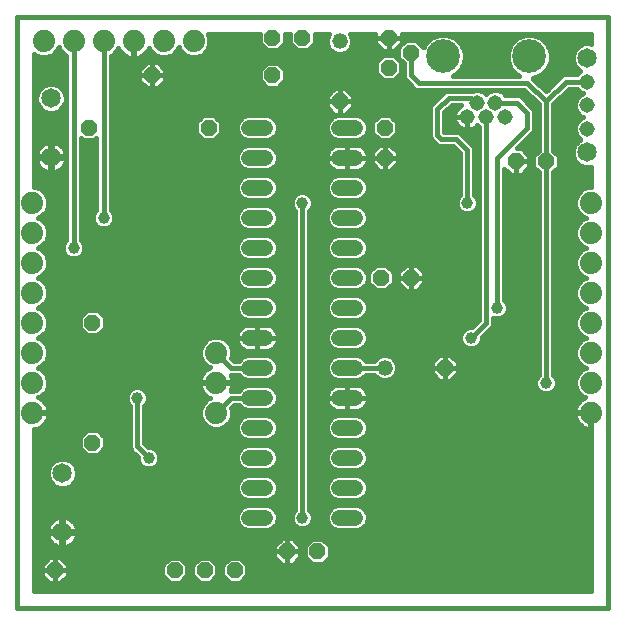
<source format=gbl>
G75*
%MOIN*%
%OFA0B0*%
%FSLAX25Y25*%
%IPPOS*%
%LPD*%
%AMOC8*
5,1,8,0,0,1.08239X$1,22.5*
%
%ADD10C,0.01600*%
%ADD11C,0.05200*%
%ADD12OC8,0.05200*%
%ADD13C,0.07400*%
%ADD14C,0.05200*%
%ADD15C,0.05150*%
%ADD16C,0.11220*%
%ADD17C,0.06496*%
%ADD18C,0.03962*%
D10*
X0021800Y0021800D02*
X0218650Y0021800D01*
X0218650Y0218650D01*
X0021800Y0218650D01*
X0021800Y0021800D01*
X0027400Y0027400D02*
X0027400Y0081326D01*
X0028088Y0081435D01*
X0028911Y0081703D01*
X0029683Y0082096D01*
X0030383Y0082605D01*
X0030995Y0083217D01*
X0031504Y0083917D01*
X0031897Y0084689D01*
X0032165Y0085512D01*
X0032300Y0086367D01*
X0032300Y0086600D01*
X0027400Y0086600D01*
X0027400Y0087000D01*
X0032300Y0087000D01*
X0032300Y0087233D01*
X0032165Y0088088D01*
X0031897Y0088911D01*
X0031504Y0089683D01*
X0030995Y0090383D01*
X0030383Y0090995D01*
X0029683Y0091504D01*
X0028911Y0091897D01*
X0028856Y0091915D01*
X0029802Y0092307D01*
X0031293Y0093798D01*
X0032100Y0095746D01*
X0032100Y0097854D01*
X0031293Y0099802D01*
X0029802Y0101293D01*
X0028578Y0101800D01*
X0029802Y0102307D01*
X0031293Y0103798D01*
X0032100Y0105746D01*
X0032100Y0107854D01*
X0031293Y0109802D01*
X0029802Y0111293D01*
X0028578Y0111800D01*
X0029802Y0112307D01*
X0031293Y0113798D01*
X0032100Y0115746D01*
X0032100Y0117854D01*
X0031293Y0119802D01*
X0029802Y0121293D01*
X0028578Y0121800D01*
X0029802Y0122307D01*
X0031293Y0123798D01*
X0032100Y0125746D01*
X0032100Y0127854D01*
X0031293Y0129802D01*
X0029802Y0131293D01*
X0028578Y0131800D01*
X0029802Y0132307D01*
X0031293Y0133798D01*
X0032100Y0135746D01*
X0032100Y0137854D01*
X0031293Y0139802D01*
X0029802Y0141293D01*
X0028578Y0141800D01*
X0029802Y0142307D01*
X0031293Y0143798D01*
X0032100Y0145746D01*
X0032100Y0147854D01*
X0031293Y0149802D01*
X0029802Y0151293D01*
X0028578Y0151800D01*
X0029802Y0152307D01*
X0031293Y0153798D01*
X0032100Y0155746D01*
X0032100Y0157854D01*
X0031293Y0159802D01*
X0029802Y0161293D01*
X0027854Y0162100D01*
X0027400Y0162100D01*
X0027400Y0206205D01*
X0027548Y0206057D01*
X0029496Y0205250D01*
X0031604Y0205250D01*
X0033552Y0206057D01*
X0035043Y0207548D01*
X0035550Y0208772D01*
X0036057Y0207548D01*
X0037548Y0206057D01*
X0038150Y0205807D01*
X0038150Y0144464D01*
X0037514Y0143829D01*
X0036969Y0142512D01*
X0036969Y0141088D01*
X0037514Y0139771D01*
X0038521Y0138764D01*
X0039838Y0138219D01*
X0041262Y0138219D01*
X0042579Y0138764D01*
X0043586Y0139771D01*
X0044131Y0141088D01*
X0044131Y0142512D01*
X0043586Y0143829D01*
X0042950Y0144464D01*
X0042950Y0178460D01*
X0043810Y0177600D01*
X0047290Y0177600D01*
X0048150Y0178460D01*
X0048150Y0154464D01*
X0047514Y0153829D01*
X0046969Y0152512D01*
X0046969Y0151088D01*
X0047514Y0149771D01*
X0048521Y0148764D01*
X0049838Y0148219D01*
X0051262Y0148219D01*
X0052579Y0148764D01*
X0053586Y0149771D01*
X0054131Y0151088D01*
X0054131Y0152512D01*
X0053586Y0153829D01*
X0052950Y0154464D01*
X0052950Y0205807D01*
X0053552Y0206057D01*
X0055043Y0207548D01*
X0055435Y0208494D01*
X0055453Y0208439D01*
X0055846Y0207667D01*
X0056355Y0206967D01*
X0056967Y0206355D01*
X0057667Y0205846D01*
X0058439Y0205453D01*
X0059262Y0205185D01*
X0060117Y0205050D01*
X0060350Y0205050D01*
X0060350Y0210350D01*
X0060750Y0210350D01*
X0060750Y0205050D01*
X0060983Y0205050D01*
X0061838Y0205185D01*
X0062661Y0205453D01*
X0063433Y0205846D01*
X0064133Y0206355D01*
X0064745Y0206967D01*
X0065254Y0207667D01*
X0065647Y0208439D01*
X0065665Y0208494D01*
X0066057Y0207548D01*
X0067548Y0206057D01*
X0069496Y0205250D01*
X0071604Y0205250D01*
X0073552Y0206057D01*
X0075043Y0207548D01*
X0075550Y0208772D01*
X0076057Y0207548D01*
X0077548Y0206057D01*
X0079496Y0205250D01*
X0081604Y0205250D01*
X0083552Y0206057D01*
X0085043Y0207548D01*
X0085850Y0209496D01*
X0085850Y0211604D01*
X0085251Y0213050D01*
X0102600Y0213050D01*
X0102600Y0210060D01*
X0105060Y0207600D01*
X0108540Y0207600D01*
X0111000Y0210060D01*
X0111000Y0213050D01*
X0112600Y0213050D01*
X0112600Y0210060D01*
X0115060Y0207600D01*
X0118540Y0207600D01*
X0121000Y0210060D01*
X0121000Y0213050D01*
X0125861Y0213050D01*
X0125739Y0212929D01*
X0125100Y0211385D01*
X0125100Y0209715D01*
X0125739Y0208171D01*
X0126921Y0206989D01*
X0128465Y0206350D01*
X0130135Y0206350D01*
X0131679Y0206989D01*
X0132861Y0208171D01*
X0133500Y0209715D01*
X0133500Y0211385D01*
X0132861Y0212929D01*
X0132739Y0213050D01*
X0141150Y0213050D01*
X0141150Y0211800D01*
X0145550Y0211800D01*
X0149950Y0211800D01*
X0149950Y0213050D01*
X0213050Y0213050D01*
X0213050Y0209778D01*
X0212764Y0209896D01*
X0210836Y0209896D01*
X0209054Y0209158D01*
X0207690Y0207794D01*
X0206952Y0206012D01*
X0206952Y0204084D01*
X0207690Y0202302D01*
X0209054Y0200938D01*
X0209516Y0200747D01*
X0209435Y0200713D01*
X0208296Y0199574D01*
X0204197Y0199574D01*
X0203315Y0199209D01*
X0198050Y0193944D01*
X0193835Y0198159D01*
X0193654Y0198340D01*
X0193854Y0198340D01*
X0196504Y0199437D01*
X0198533Y0201466D01*
X0199630Y0204116D01*
X0199630Y0206984D01*
X0198533Y0209634D01*
X0196504Y0211663D01*
X0193854Y0212760D01*
X0190986Y0212760D01*
X0188336Y0211663D01*
X0186308Y0209634D01*
X0185210Y0206984D01*
X0185210Y0204116D01*
X0186308Y0201466D01*
X0188336Y0199437D01*
X0188909Y0199200D01*
X0167191Y0199200D01*
X0167764Y0199437D01*
X0169792Y0201466D01*
X0170890Y0204116D01*
X0170890Y0206984D01*
X0169792Y0209634D01*
X0167764Y0211663D01*
X0165114Y0212760D01*
X0162246Y0212760D01*
X0159596Y0211663D01*
X0157567Y0209634D01*
X0157154Y0208636D01*
X0154790Y0211000D01*
X0151310Y0211000D01*
X0148850Y0208540D01*
X0148850Y0205060D01*
X0150650Y0203260D01*
X0150650Y0198823D01*
X0151015Y0197941D01*
X0151691Y0197265D01*
X0154191Y0194765D01*
X0155073Y0194400D01*
X0190806Y0194400D01*
X0195650Y0189556D01*
X0195650Y0174090D01*
X0193850Y0172290D01*
X0193850Y0168810D01*
X0195650Y0167010D01*
X0195650Y0099464D01*
X0195014Y0098829D01*
X0194469Y0097512D01*
X0194469Y0096088D01*
X0195014Y0094771D01*
X0196021Y0093764D01*
X0197338Y0093219D01*
X0198762Y0093219D01*
X0200079Y0093764D01*
X0201086Y0094771D01*
X0201631Y0096088D01*
X0201631Y0097512D01*
X0201086Y0098829D01*
X0200450Y0099464D01*
X0200450Y0167010D01*
X0202250Y0168810D01*
X0202250Y0172290D01*
X0200450Y0174090D01*
X0200450Y0189556D01*
X0205668Y0194774D01*
X0208296Y0194774D01*
X0209435Y0193635D01*
X0210396Y0193237D01*
X0209435Y0192839D01*
X0208261Y0191665D01*
X0207625Y0190130D01*
X0207625Y0188470D01*
X0208261Y0186935D01*
X0209435Y0185761D01*
X0210396Y0185363D01*
X0209435Y0184965D01*
X0208261Y0183791D01*
X0207625Y0182256D01*
X0207625Y0180596D01*
X0208261Y0179061D01*
X0209435Y0177887D01*
X0209516Y0177853D01*
X0209054Y0177662D01*
X0207690Y0176298D01*
X0206952Y0174516D01*
X0206952Y0172588D01*
X0207690Y0170806D01*
X0209054Y0169442D01*
X0210836Y0168704D01*
X0212764Y0168704D01*
X0213050Y0168822D01*
X0213050Y0162100D01*
X0211996Y0162100D01*
X0210048Y0161293D01*
X0208557Y0159802D01*
X0207750Y0157854D01*
X0207750Y0155746D01*
X0208557Y0153798D01*
X0210048Y0152307D01*
X0211272Y0151800D01*
X0210048Y0151293D01*
X0208557Y0149802D01*
X0207750Y0147854D01*
X0207750Y0145746D01*
X0208557Y0143798D01*
X0210048Y0142307D01*
X0211272Y0141800D01*
X0210048Y0141293D01*
X0208557Y0139802D01*
X0207750Y0137854D01*
X0207750Y0135746D01*
X0208557Y0133798D01*
X0210048Y0132307D01*
X0211272Y0131800D01*
X0210048Y0131293D01*
X0208557Y0129802D01*
X0207750Y0127854D01*
X0207750Y0125746D01*
X0208557Y0123798D01*
X0210048Y0122307D01*
X0211272Y0121800D01*
X0210048Y0121293D01*
X0208557Y0119802D01*
X0207750Y0117854D01*
X0207750Y0115746D01*
X0208557Y0113798D01*
X0210048Y0112307D01*
X0211272Y0111800D01*
X0210048Y0111293D01*
X0208557Y0109802D01*
X0207750Y0107854D01*
X0207750Y0105746D01*
X0208557Y0103798D01*
X0210048Y0102307D01*
X0211272Y0101800D01*
X0210048Y0101293D01*
X0208557Y0099802D01*
X0207750Y0097854D01*
X0207750Y0095746D01*
X0208557Y0093798D01*
X0210048Y0092307D01*
X0210994Y0091915D01*
X0210939Y0091897D01*
X0210167Y0091504D01*
X0209467Y0090995D01*
X0208855Y0090383D01*
X0208346Y0089683D01*
X0207953Y0088911D01*
X0207685Y0088088D01*
X0207550Y0087233D01*
X0207550Y0087000D01*
X0212850Y0087000D01*
X0212850Y0086600D01*
X0213050Y0086600D01*
X0213050Y0027400D01*
X0027400Y0027400D01*
X0027400Y0028194D02*
X0213050Y0028194D01*
X0213050Y0029793D02*
X0027400Y0029793D01*
X0027400Y0031391D02*
X0030986Y0031391D01*
X0029900Y0032477D02*
X0029900Y0034300D01*
X0034300Y0034300D01*
X0038700Y0034300D01*
X0038700Y0036123D01*
X0036123Y0038700D01*
X0034300Y0038700D01*
X0034300Y0034300D01*
X0034300Y0034300D01*
X0034300Y0034300D01*
X0038700Y0034300D01*
X0038700Y0032477D01*
X0036123Y0029900D01*
X0034300Y0029900D01*
X0034300Y0034300D01*
X0034300Y0034300D01*
X0034300Y0034300D01*
X0034300Y0038700D01*
X0032477Y0038700D01*
X0029900Y0036123D01*
X0029900Y0034300D01*
X0034300Y0034300D01*
X0034300Y0029900D01*
X0032477Y0029900D01*
X0029900Y0032477D01*
X0029900Y0032990D02*
X0027400Y0032990D01*
X0027400Y0034588D02*
X0029900Y0034588D01*
X0029964Y0036187D02*
X0027400Y0036187D01*
X0027400Y0037785D02*
X0031563Y0037785D01*
X0034300Y0037785D02*
X0034300Y0037785D01*
X0034300Y0036187D02*
X0034300Y0036187D01*
X0034300Y0034588D02*
X0034300Y0034588D01*
X0034300Y0032990D02*
X0034300Y0032990D01*
X0034300Y0031391D02*
X0034300Y0031391D01*
X0037614Y0031391D02*
X0071269Y0031391D01*
X0070100Y0032560D02*
X0072560Y0030100D01*
X0076040Y0030100D01*
X0078500Y0032560D01*
X0078500Y0036040D01*
X0076040Y0038500D01*
X0072560Y0038500D01*
X0070100Y0036040D01*
X0070100Y0032560D01*
X0070100Y0032990D02*
X0038700Y0032990D01*
X0038700Y0034588D02*
X0070100Y0034588D01*
X0070247Y0036187D02*
X0038636Y0036187D01*
X0037037Y0037785D02*
X0071845Y0037785D01*
X0076755Y0037785D02*
X0081845Y0037785D01*
X0082560Y0038500D02*
X0080100Y0036040D01*
X0080100Y0032560D01*
X0082560Y0030100D01*
X0086040Y0030100D01*
X0088500Y0032560D01*
X0088500Y0036040D01*
X0086040Y0038500D01*
X0082560Y0038500D01*
X0080247Y0036187D02*
X0078353Y0036187D01*
X0078500Y0034588D02*
X0080100Y0034588D01*
X0080100Y0032990D02*
X0078500Y0032990D01*
X0077331Y0031391D02*
X0081269Y0031391D01*
X0087331Y0031391D02*
X0091269Y0031391D01*
X0090100Y0032560D02*
X0092560Y0030100D01*
X0096040Y0030100D01*
X0098500Y0032560D01*
X0098500Y0036040D01*
X0096040Y0038500D01*
X0092560Y0038500D01*
X0090100Y0036040D01*
X0090100Y0032560D01*
X0090100Y0032990D02*
X0088500Y0032990D01*
X0088500Y0034588D02*
X0090100Y0034588D01*
X0090247Y0036187D02*
X0088353Y0036187D01*
X0086755Y0037785D02*
X0091845Y0037785D01*
X0096755Y0037785D02*
X0108342Y0037785D01*
X0107400Y0038727D02*
X0109977Y0036150D01*
X0111800Y0036150D01*
X0113623Y0036150D01*
X0116200Y0038727D01*
X0116200Y0040550D01*
X0116200Y0042373D01*
X0113623Y0044950D01*
X0111800Y0044950D01*
X0111800Y0040550D01*
X0116200Y0040550D01*
X0111800Y0040550D01*
X0111800Y0040550D01*
X0111800Y0040550D01*
X0111800Y0036150D01*
X0111800Y0040550D01*
X0111800Y0040550D01*
X0111800Y0040550D01*
X0107400Y0040550D01*
X0107400Y0042373D01*
X0109977Y0044950D01*
X0111800Y0044950D01*
X0111800Y0040550D01*
X0107400Y0040550D01*
X0107400Y0038727D01*
X0107400Y0039384D02*
X0027400Y0039384D01*
X0027400Y0040982D02*
X0107400Y0040982D01*
X0107608Y0042581D02*
X0039329Y0042581D01*
X0039446Y0042640D02*
X0040089Y0043107D01*
X0040650Y0043669D01*
X0041117Y0044312D01*
X0041478Y0045020D01*
X0041724Y0045775D01*
X0041848Y0046560D01*
X0041848Y0046675D01*
X0037083Y0046675D01*
X0037083Y0047240D01*
X0041848Y0047240D01*
X0041848Y0047355D01*
X0041724Y0048140D01*
X0041478Y0048895D01*
X0041117Y0049603D01*
X0040650Y0050246D01*
X0040089Y0050808D01*
X0039446Y0051275D01*
X0038738Y0051636D01*
X0037982Y0051881D01*
X0037197Y0052005D01*
X0037083Y0052005D01*
X0037083Y0047240D01*
X0036517Y0047240D01*
X0036517Y0046675D01*
X0031752Y0046675D01*
X0031752Y0046560D01*
X0031876Y0045775D01*
X0032122Y0045020D01*
X0032483Y0044312D01*
X0032950Y0043669D01*
X0033511Y0043107D01*
X0034154Y0042640D01*
X0034862Y0042279D01*
X0035618Y0042034D01*
X0036403Y0041909D01*
X0036517Y0041909D01*
X0036517Y0046675D01*
X0037083Y0046675D01*
X0037083Y0041909D01*
X0037197Y0041909D01*
X0037982Y0042034D01*
X0038738Y0042279D01*
X0039446Y0042640D01*
X0041021Y0044179D02*
X0109207Y0044179D01*
X0111800Y0044179D02*
X0111800Y0044179D01*
X0111800Y0042581D02*
X0111800Y0042581D01*
X0111800Y0040982D02*
X0111800Y0040982D01*
X0111800Y0039384D02*
X0111800Y0039384D01*
X0111800Y0037785D02*
X0111800Y0037785D01*
X0111800Y0036187D02*
X0111800Y0036187D01*
X0113659Y0036187D02*
X0213050Y0036187D01*
X0213050Y0037785D02*
X0124975Y0037785D01*
X0126000Y0038810D02*
X0123540Y0036350D01*
X0120060Y0036350D01*
X0117600Y0038810D01*
X0117600Y0042290D01*
X0120060Y0044750D01*
X0123540Y0044750D01*
X0126000Y0042290D01*
X0126000Y0038810D01*
X0126000Y0039384D02*
X0213050Y0039384D01*
X0213050Y0040982D02*
X0126000Y0040982D01*
X0125709Y0042581D02*
X0213050Y0042581D01*
X0213050Y0044179D02*
X0124111Y0044179D01*
X0119489Y0044179D02*
X0114393Y0044179D01*
X0115992Y0042581D02*
X0117891Y0042581D01*
X0117600Y0040982D02*
X0116200Y0040982D01*
X0116200Y0039384D02*
X0117600Y0039384D01*
X0118625Y0037785D02*
X0115258Y0037785D01*
X0109941Y0036187D02*
X0098353Y0036187D01*
X0098500Y0034588D02*
X0213050Y0034588D01*
X0213050Y0032990D02*
X0098500Y0032990D01*
X0097331Y0031391D02*
X0213050Y0031391D01*
X0213050Y0045778D02*
X0041724Y0045778D01*
X0041845Y0047376D02*
X0213050Y0047376D01*
X0213050Y0048975D02*
X0137514Y0048975D01*
X0137961Y0049421D02*
X0138600Y0050965D01*
X0138600Y0052635D01*
X0137961Y0054179D01*
X0136779Y0055361D01*
X0135235Y0056000D01*
X0128365Y0056000D01*
X0126821Y0055361D01*
X0125639Y0054179D01*
X0125000Y0052635D01*
X0125000Y0050965D01*
X0125639Y0049421D01*
X0126821Y0048239D01*
X0128365Y0047600D01*
X0135235Y0047600D01*
X0136779Y0048239D01*
X0137961Y0049421D01*
X0138438Y0050573D02*
X0213050Y0050573D01*
X0213050Y0052172D02*
X0138600Y0052172D01*
X0138130Y0053770D02*
X0213050Y0053770D01*
X0213050Y0055369D02*
X0136759Y0055369D01*
X0135235Y0057600D02*
X0136779Y0058239D01*
X0137961Y0059421D01*
X0138600Y0060965D01*
X0138600Y0062635D01*
X0137961Y0064179D01*
X0136779Y0065361D01*
X0135235Y0066000D01*
X0128365Y0066000D01*
X0126821Y0065361D01*
X0125639Y0064179D01*
X0125000Y0062635D01*
X0125000Y0060965D01*
X0125639Y0059421D01*
X0126821Y0058239D01*
X0128365Y0057600D01*
X0135235Y0057600D01*
X0137105Y0058566D02*
X0213050Y0058566D01*
X0213050Y0060164D02*
X0138268Y0060164D01*
X0138600Y0061763D02*
X0213050Y0061763D01*
X0213050Y0063361D02*
X0138299Y0063361D01*
X0137180Y0064960D02*
X0213050Y0064960D01*
X0213050Y0066558D02*
X0119200Y0066558D01*
X0119200Y0064960D02*
X0126420Y0064960D01*
X0125301Y0063361D02*
X0119200Y0063361D01*
X0119200Y0061763D02*
X0125000Y0061763D01*
X0125331Y0060164D02*
X0119200Y0060164D01*
X0119200Y0058566D02*
X0126495Y0058566D01*
X0126841Y0055369D02*
X0119200Y0055369D01*
X0119200Y0054464D02*
X0119200Y0154136D01*
X0119836Y0154771D01*
X0120381Y0156088D01*
X0120381Y0157512D01*
X0119836Y0158829D01*
X0118829Y0159836D01*
X0117512Y0160381D01*
X0116088Y0160381D01*
X0114771Y0159836D01*
X0113764Y0158829D01*
X0113219Y0157512D01*
X0113219Y0156088D01*
X0113764Y0154771D01*
X0114400Y0154136D01*
X0114400Y0054464D01*
X0113764Y0053829D01*
X0113219Y0052512D01*
X0113219Y0051088D01*
X0113764Y0049771D01*
X0114771Y0048764D01*
X0116088Y0048219D01*
X0117512Y0048219D01*
X0118829Y0048764D01*
X0119836Y0049771D01*
X0120381Y0051088D01*
X0120381Y0052512D01*
X0119836Y0053829D01*
X0119200Y0054464D01*
X0119860Y0053770D02*
X0125470Y0053770D01*
X0125000Y0052172D02*
X0120381Y0052172D01*
X0120168Y0050573D02*
X0125162Y0050573D01*
X0126086Y0048975D02*
X0119039Y0048975D01*
X0116800Y0051800D02*
X0116800Y0156800D01*
X0119392Y0159272D02*
X0125788Y0159272D01*
X0125639Y0159421D02*
X0126821Y0158239D01*
X0128365Y0157600D01*
X0135235Y0157600D01*
X0136779Y0158239D01*
X0137961Y0159421D01*
X0138600Y0160965D01*
X0138600Y0162635D01*
X0137961Y0164179D01*
X0136779Y0165361D01*
X0135235Y0166000D01*
X0128365Y0166000D01*
X0126821Y0165361D01*
X0125639Y0164179D01*
X0125000Y0162635D01*
X0125000Y0160965D01*
X0125639Y0159421D01*
X0125039Y0160870D02*
X0108561Y0160870D01*
X0108600Y0160965D02*
X0108600Y0162635D01*
X0107961Y0164179D01*
X0106779Y0165361D01*
X0105235Y0166000D01*
X0098365Y0166000D01*
X0096821Y0165361D01*
X0095639Y0164179D01*
X0095000Y0162635D01*
X0095000Y0160965D01*
X0095639Y0159421D01*
X0096821Y0158239D01*
X0098365Y0157600D01*
X0105235Y0157600D01*
X0106779Y0158239D01*
X0107961Y0159421D01*
X0108600Y0160965D01*
X0108600Y0162469D02*
X0125000Y0162469D01*
X0125593Y0164068D02*
X0108007Y0164068D01*
X0106042Y0165666D02*
X0127558Y0165666D01*
X0128170Y0167508D02*
X0128854Y0167400D01*
X0131800Y0167400D01*
X0134746Y0167400D01*
X0135430Y0167508D01*
X0136089Y0167722D01*
X0136706Y0168037D01*
X0137266Y0168444D01*
X0137756Y0168934D01*
X0138163Y0169494D01*
X0138478Y0170111D01*
X0138692Y0170770D01*
X0138800Y0171454D01*
X0138800Y0171800D01*
X0138800Y0172146D01*
X0138692Y0172830D01*
X0138478Y0173489D01*
X0138163Y0174106D01*
X0137756Y0174666D01*
X0137266Y0175156D01*
X0136706Y0175563D01*
X0136089Y0175878D01*
X0135430Y0176092D01*
X0134746Y0176200D01*
X0131800Y0176200D01*
X0131800Y0171800D01*
X0131800Y0171800D01*
X0138800Y0171800D01*
X0131800Y0171800D01*
X0131800Y0171800D01*
X0131800Y0167400D01*
X0131800Y0171800D01*
X0131800Y0171800D01*
X0131800Y0171800D01*
X0124800Y0171800D01*
X0124800Y0172146D01*
X0124908Y0172830D01*
X0125122Y0173489D01*
X0125437Y0174106D01*
X0125844Y0174666D01*
X0126334Y0175156D01*
X0126894Y0175563D01*
X0127511Y0175878D01*
X0128170Y0176092D01*
X0128854Y0176200D01*
X0131800Y0176200D01*
X0131800Y0171800D01*
X0124800Y0171800D01*
X0124800Y0171454D01*
X0124908Y0170770D01*
X0125122Y0170111D01*
X0125437Y0169494D01*
X0125844Y0168934D01*
X0126334Y0168444D01*
X0126894Y0168037D01*
X0127511Y0167722D01*
X0128170Y0167508D01*
X0125914Y0168863D02*
X0107403Y0168863D01*
X0107961Y0169421D02*
X0108600Y0170965D01*
X0108600Y0172635D01*
X0107961Y0174179D01*
X0106779Y0175361D01*
X0105235Y0176000D01*
X0098365Y0176000D01*
X0096821Y0175361D01*
X0095639Y0174179D01*
X0095000Y0172635D01*
X0095000Y0170965D01*
X0095639Y0169421D01*
X0096821Y0168239D01*
X0098365Y0167600D01*
X0105235Y0167600D01*
X0106779Y0168239D01*
X0107961Y0169421D01*
X0108392Y0170462D02*
X0125008Y0170462D01*
X0124800Y0172060D02*
X0108600Y0172060D01*
X0108176Y0173659D02*
X0125209Y0173659D01*
X0126473Y0175257D02*
X0106883Y0175257D01*
X0105235Y0177600D02*
X0106779Y0178239D01*
X0107961Y0179421D01*
X0108600Y0180965D01*
X0108600Y0182635D01*
X0107961Y0184179D01*
X0106779Y0185361D01*
X0105235Y0186000D01*
X0098365Y0186000D01*
X0096821Y0185361D01*
X0095639Y0184179D01*
X0095000Y0182635D01*
X0095000Y0180965D01*
X0095639Y0179421D01*
X0096821Y0178239D01*
X0098365Y0177600D01*
X0105235Y0177600D01*
X0106994Y0178454D02*
X0126606Y0178454D01*
X0126821Y0178239D02*
X0125639Y0179421D01*
X0125000Y0180965D01*
X0125000Y0182635D01*
X0125639Y0184179D01*
X0126821Y0185361D01*
X0128365Y0186000D01*
X0135235Y0186000D01*
X0136779Y0185361D01*
X0137961Y0184179D01*
X0138600Y0182635D01*
X0138600Y0180965D01*
X0137961Y0179421D01*
X0136779Y0178239D01*
X0135235Y0177600D01*
X0128365Y0177600D01*
X0126821Y0178239D01*
X0125378Y0180053D02*
X0108222Y0180053D01*
X0108600Y0181651D02*
X0125000Y0181651D01*
X0125254Y0183250D02*
X0108346Y0183250D01*
X0107292Y0184848D02*
X0126308Y0184848D01*
X0127477Y0186150D02*
X0124900Y0188727D01*
X0124900Y0190550D01*
X0129300Y0190550D01*
X0129300Y0190550D01*
X0129300Y0194950D01*
X0131123Y0194950D01*
X0133700Y0192373D01*
X0133700Y0190550D01*
X0129300Y0190550D01*
X0129300Y0190550D01*
X0129300Y0190550D01*
X0129300Y0194950D01*
X0127477Y0194950D01*
X0124900Y0192373D01*
X0124900Y0190550D01*
X0129300Y0190550D01*
X0133700Y0190550D01*
X0133700Y0188727D01*
X0131123Y0186150D01*
X0129300Y0186150D01*
X0129300Y0190550D01*
X0129300Y0190550D01*
X0129300Y0186150D01*
X0127477Y0186150D01*
X0127181Y0186447D02*
X0052950Y0186447D01*
X0052950Y0188045D02*
X0125582Y0188045D01*
X0124900Y0189644D02*
X0052950Y0189644D01*
X0052950Y0191242D02*
X0124900Y0191242D01*
X0125368Y0192841D02*
X0052950Y0192841D01*
X0052950Y0194439D02*
X0126967Y0194439D01*
X0129300Y0194439D02*
X0129300Y0194439D01*
X0129300Y0192841D02*
X0129300Y0192841D01*
X0129300Y0191242D02*
X0129300Y0191242D01*
X0129300Y0189644D02*
X0129300Y0189644D01*
X0129300Y0188045D02*
X0129300Y0188045D01*
X0129300Y0186447D02*
X0129300Y0186447D01*
X0131419Y0186447D02*
X0159400Y0186447D01*
X0159400Y0188045D02*
X0133018Y0188045D01*
X0133700Y0189644D02*
X0160000Y0189644D01*
X0159765Y0189409D02*
X0160441Y0190085D01*
X0164191Y0193835D01*
X0165073Y0194200D01*
X0173527Y0194200D01*
X0173593Y0194173D01*
X0174070Y0194370D01*
X0175731Y0194370D01*
X0177265Y0193735D01*
X0178050Y0192950D01*
X0178835Y0193735D01*
X0180369Y0194370D01*
X0182030Y0194370D01*
X0183564Y0193735D01*
X0184704Y0192596D01*
X0188882Y0192596D01*
X0189764Y0192230D01*
X0190439Y0191555D01*
X0190439Y0191555D01*
X0193159Y0188835D01*
X0193159Y0188835D01*
X0193835Y0188159D01*
X0194200Y0187277D01*
X0194200Y0181323D01*
X0193835Y0180441D01*
X0188344Y0174950D01*
X0189873Y0174950D01*
X0192450Y0172373D01*
X0192450Y0170550D01*
X0188050Y0170550D01*
X0188050Y0170550D01*
X0192450Y0170550D01*
X0192450Y0168727D01*
X0189873Y0166150D01*
X0188050Y0166150D01*
X0188050Y0170550D01*
X0188050Y0170550D01*
X0188050Y0166150D01*
X0186227Y0166150D01*
X0184200Y0168177D01*
X0184200Y0124464D01*
X0184836Y0123829D01*
X0185381Y0122512D01*
X0185381Y0121088D01*
X0184836Y0119771D01*
X0183829Y0118764D01*
X0182512Y0118219D01*
X0181088Y0118219D01*
X0180450Y0118483D01*
X0180450Y0116323D01*
X0180085Y0115441D01*
X0176631Y0111987D01*
X0176631Y0111088D01*
X0176086Y0109771D01*
X0175079Y0108764D01*
X0173762Y0108219D01*
X0172338Y0108219D01*
X0171021Y0108764D01*
X0170014Y0109771D01*
X0169469Y0111088D01*
X0169469Y0112512D01*
X0170014Y0113829D01*
X0171021Y0114836D01*
X0172338Y0115381D01*
X0173237Y0115381D01*
X0175650Y0117794D01*
X0175650Y0181967D01*
X0175042Y0182575D01*
X0174601Y0182134D01*
X0174044Y0181730D01*
X0173430Y0181417D01*
X0172775Y0181204D01*
X0172095Y0181096D01*
X0171751Y0181096D01*
X0171751Y0185471D01*
X0171751Y0185471D01*
X0171751Y0181096D01*
X0171406Y0181096D01*
X0170726Y0181204D01*
X0170071Y0181417D01*
X0169458Y0181730D01*
X0168901Y0182134D01*
X0168414Y0182621D01*
X0168009Y0183178D01*
X0167696Y0183792D01*
X0167484Y0184447D01*
X0167376Y0185127D01*
X0167376Y0185471D01*
X0171751Y0185471D01*
X0171751Y0185471D01*
X0167376Y0185471D01*
X0167376Y0185816D01*
X0167484Y0186496D01*
X0167696Y0187151D01*
X0168009Y0187764D01*
X0168414Y0188321D01*
X0168901Y0188808D01*
X0169458Y0189213D01*
X0169825Y0189400D01*
X0166544Y0189400D01*
X0164200Y0187056D01*
X0164200Y0180450D01*
X0168527Y0180450D01*
X0169409Y0180085D01*
X0173159Y0176335D01*
X0173835Y0175659D01*
X0174200Y0174777D01*
X0174200Y0159464D01*
X0174836Y0158829D01*
X0175381Y0157512D01*
X0175381Y0156088D01*
X0174836Y0154771D01*
X0173829Y0153764D01*
X0172512Y0153219D01*
X0171088Y0153219D01*
X0169771Y0153764D01*
X0168764Y0154771D01*
X0168219Y0156088D01*
X0168219Y0157512D01*
X0168764Y0158829D01*
X0169400Y0159464D01*
X0169400Y0173306D01*
X0167056Y0175650D01*
X0162573Y0175650D01*
X0161691Y0176015D01*
X0161015Y0176691D01*
X0159765Y0177941D01*
X0159400Y0178823D01*
X0159400Y0188527D01*
X0159765Y0189409D01*
X0161800Y0188050D02*
X0161800Y0179300D01*
X0163050Y0178050D01*
X0168050Y0178050D01*
X0171800Y0174300D01*
X0171800Y0156800D01*
X0174392Y0159272D02*
X0175650Y0159272D01*
X0175650Y0160870D02*
X0174200Y0160870D01*
X0174200Y0162469D02*
X0175650Y0162469D01*
X0175650Y0164068D02*
X0174200Y0164068D01*
X0174200Y0165666D02*
X0175650Y0165666D01*
X0175650Y0167265D02*
X0174200Y0167265D01*
X0174200Y0168863D02*
X0175650Y0168863D01*
X0175650Y0170462D02*
X0174200Y0170462D01*
X0174200Y0172060D02*
X0175650Y0172060D01*
X0175650Y0173659D02*
X0174200Y0173659D01*
X0174001Y0175257D02*
X0175650Y0175257D01*
X0175650Y0176856D02*
X0172638Y0176856D01*
X0171040Y0178454D02*
X0175650Y0178454D01*
X0175650Y0180053D02*
X0169441Y0180053D01*
X0169612Y0181651D02*
X0164200Y0181651D01*
X0164200Y0183250D02*
X0167973Y0183250D01*
X0167420Y0184848D02*
X0164200Y0184848D01*
X0164200Y0186447D02*
X0167476Y0186447D01*
X0168213Y0188045D02*
X0165189Y0188045D01*
X0161800Y0188050D02*
X0165550Y0191800D01*
X0173050Y0191800D01*
X0174654Y0190196D01*
X0174900Y0190196D01*
X0178050Y0185471D02*
X0178050Y0116800D01*
X0173050Y0111800D01*
X0170699Y0114514D02*
X0137626Y0114514D01*
X0137961Y0114179D02*
X0136779Y0115361D01*
X0135235Y0116000D01*
X0128365Y0116000D01*
X0126821Y0115361D01*
X0125639Y0114179D01*
X0125000Y0112635D01*
X0125000Y0110965D01*
X0125639Y0109421D01*
X0126821Y0108239D01*
X0128365Y0107600D01*
X0135235Y0107600D01*
X0136779Y0108239D01*
X0137961Y0109421D01*
X0138600Y0110965D01*
X0138600Y0112635D01*
X0137961Y0114179D01*
X0138484Y0112915D02*
X0169636Y0112915D01*
X0169469Y0111317D02*
X0138600Y0111317D01*
X0138084Y0109718D02*
X0170067Y0109718D01*
X0166123Y0106200D02*
X0164300Y0106200D01*
X0164300Y0101800D01*
X0168700Y0101800D01*
X0168700Y0103623D01*
X0166123Y0106200D01*
X0167400Y0104923D02*
X0195650Y0104923D01*
X0195650Y0106521D02*
X0119200Y0106521D01*
X0119200Y0104923D02*
X0126383Y0104923D01*
X0126821Y0105361D02*
X0125639Y0104179D01*
X0125000Y0102635D01*
X0125000Y0100965D01*
X0125639Y0099421D01*
X0126821Y0098239D01*
X0128365Y0097600D01*
X0135235Y0097600D01*
X0136779Y0098239D01*
X0137940Y0099400D01*
X0140760Y0099400D01*
X0141921Y0098239D01*
X0143465Y0097600D01*
X0145135Y0097600D01*
X0146679Y0098239D01*
X0147861Y0099421D01*
X0148500Y0100965D01*
X0148500Y0102635D01*
X0147861Y0104179D01*
X0146679Y0105361D01*
X0145135Y0106000D01*
X0143465Y0106000D01*
X0141921Y0105361D01*
X0140760Y0104200D01*
X0137940Y0104200D01*
X0136779Y0105361D01*
X0135235Y0106000D01*
X0128365Y0106000D01*
X0126821Y0105361D01*
X0125285Y0103324D02*
X0119200Y0103324D01*
X0119200Y0101726D02*
X0125000Y0101726D01*
X0125347Y0100127D02*
X0119200Y0100127D01*
X0119200Y0098529D02*
X0126532Y0098529D01*
X0127511Y0095878D02*
X0126894Y0095563D01*
X0126334Y0095156D01*
X0125844Y0094666D01*
X0125437Y0094106D01*
X0125122Y0093489D01*
X0124908Y0092830D01*
X0124800Y0092146D01*
X0124800Y0091800D01*
X0131800Y0091800D01*
X0131800Y0091800D01*
X0131800Y0096200D01*
X0134746Y0096200D01*
X0135430Y0096092D01*
X0136089Y0095878D01*
X0136706Y0095563D01*
X0137266Y0095156D01*
X0137756Y0094666D01*
X0138163Y0094106D01*
X0138478Y0093489D01*
X0138692Y0092830D01*
X0138800Y0092146D01*
X0138800Y0091800D01*
X0131800Y0091800D01*
X0131800Y0091800D01*
X0131800Y0087400D01*
X0134746Y0087400D01*
X0135430Y0087508D01*
X0136089Y0087722D01*
X0136706Y0088037D01*
X0137266Y0088444D01*
X0137756Y0088934D01*
X0138163Y0089494D01*
X0138478Y0090111D01*
X0138692Y0090770D01*
X0138800Y0091454D01*
X0138800Y0091800D01*
X0131800Y0091800D01*
X0131800Y0091800D01*
X0131800Y0091800D01*
X0131800Y0096200D01*
X0128854Y0096200D01*
X0128170Y0096092D01*
X0127511Y0095878D01*
X0126575Y0095332D02*
X0119200Y0095332D01*
X0119200Y0096930D02*
X0194469Y0096930D01*
X0194782Y0095332D02*
X0137025Y0095332D01*
X0138353Y0093733D02*
X0196096Y0093733D01*
X0200003Y0093733D02*
X0208622Y0093733D01*
X0207922Y0095332D02*
X0201318Y0095332D01*
X0201631Y0096930D02*
X0207750Y0096930D01*
X0208029Y0098529D02*
X0201210Y0098529D01*
X0200450Y0100127D02*
X0208882Y0100127D01*
X0211092Y0101726D02*
X0200450Y0101726D01*
X0200450Y0103324D02*
X0209031Y0103324D01*
X0208091Y0104923D02*
X0200450Y0104923D01*
X0200450Y0106521D02*
X0207750Y0106521D01*
X0207860Y0108120D02*
X0200450Y0108120D01*
X0200450Y0109718D02*
X0208522Y0109718D01*
X0210105Y0111317D02*
X0200450Y0111317D01*
X0200450Y0112915D02*
X0209440Y0112915D01*
X0208260Y0114514D02*
X0200450Y0114514D01*
X0200450Y0116112D02*
X0207750Y0116112D01*
X0207750Y0117711D02*
X0200450Y0117711D01*
X0200450Y0119309D02*
X0208353Y0119309D01*
X0209662Y0120908D02*
X0200450Y0120908D01*
X0200450Y0122506D02*
X0209848Y0122506D01*
X0208430Y0124105D02*
X0200450Y0124105D01*
X0200450Y0125703D02*
X0207768Y0125703D01*
X0207750Y0127302D02*
X0200450Y0127302D01*
X0200450Y0128900D02*
X0208183Y0128900D01*
X0209253Y0130499D02*
X0200450Y0130499D01*
X0200450Y0132097D02*
X0210554Y0132097D01*
X0208659Y0133696D02*
X0200450Y0133696D01*
X0200450Y0135294D02*
X0207937Y0135294D01*
X0207750Y0136893D02*
X0200450Y0136893D01*
X0200450Y0138491D02*
X0208014Y0138491D01*
X0208845Y0140090D02*
X0200450Y0140090D01*
X0200450Y0141688D02*
X0211002Y0141688D01*
X0209068Y0143287D02*
X0200450Y0143287D01*
X0200450Y0144885D02*
X0208106Y0144885D01*
X0207750Y0146484D02*
X0200450Y0146484D01*
X0200450Y0148082D02*
X0207845Y0148082D01*
X0208507Y0149681D02*
X0200450Y0149681D01*
X0200450Y0151279D02*
X0210034Y0151279D01*
X0209477Y0152878D02*
X0200450Y0152878D01*
X0200450Y0154476D02*
X0208276Y0154476D01*
X0207750Y0156075D02*
X0200450Y0156075D01*
X0200450Y0157673D02*
X0207750Y0157673D01*
X0208337Y0159272D02*
X0200450Y0159272D01*
X0200450Y0160870D02*
X0209625Y0160870D01*
X0213050Y0162469D02*
X0200450Y0162469D01*
X0200450Y0164068D02*
X0213050Y0164068D01*
X0213050Y0165666D02*
X0200450Y0165666D01*
X0200704Y0167265D02*
X0213050Y0167265D01*
X0210452Y0168863D02*
X0202250Y0168863D01*
X0202250Y0170462D02*
X0208034Y0170462D01*
X0207170Y0172060D02*
X0202250Y0172060D01*
X0200881Y0173659D02*
X0206952Y0173659D01*
X0207259Y0175257D02*
X0200450Y0175257D01*
X0200450Y0176856D02*
X0208247Y0176856D01*
X0208868Y0178454D02*
X0200450Y0178454D01*
X0200450Y0180053D02*
X0207850Y0180053D01*
X0207625Y0181651D02*
X0200450Y0181651D01*
X0200450Y0183250D02*
X0208037Y0183250D01*
X0209318Y0184848D02*
X0200450Y0184848D01*
X0200450Y0186447D02*
X0208749Y0186447D01*
X0207801Y0188045D02*
X0200450Y0188045D01*
X0200538Y0189644D02*
X0207625Y0189644D01*
X0208086Y0191242D02*
X0202136Y0191242D01*
X0203735Y0192841D02*
X0209439Y0192841D01*
X0208631Y0194439D02*
X0205333Y0194439D01*
X0204674Y0197174D02*
X0198050Y0190550D01*
X0191800Y0196800D01*
X0155550Y0196800D01*
X0153050Y0199300D01*
X0153050Y0206800D01*
X0149880Y0204030D02*
X0149259Y0204030D01*
X0149750Y0203540D02*
X0147290Y0206000D01*
X0143810Y0206000D01*
X0141350Y0203540D01*
X0141350Y0200060D01*
X0143810Y0197600D01*
X0147290Y0197600D01*
X0149750Y0200060D01*
X0149750Y0203540D01*
X0149750Y0202432D02*
X0150650Y0202432D01*
X0150650Y0200833D02*
X0149750Y0200833D01*
X0148924Y0199235D02*
X0150650Y0199235D01*
X0151320Y0197636D02*
X0147326Y0197636D01*
X0143774Y0197636D02*
X0111000Y0197636D01*
X0111000Y0197560D02*
X0108540Y0195100D01*
X0105060Y0195100D01*
X0102600Y0197560D01*
X0102600Y0201040D01*
X0105060Y0203500D01*
X0108540Y0203500D01*
X0111000Y0201040D01*
X0111000Y0197560D01*
X0111000Y0199235D02*
X0142176Y0199235D01*
X0141350Y0200833D02*
X0111000Y0200833D01*
X0109608Y0202432D02*
X0141350Y0202432D01*
X0141841Y0204030D02*
X0052950Y0204030D01*
X0052950Y0202432D02*
X0063709Y0202432D01*
X0064977Y0203700D02*
X0062400Y0201123D01*
X0062400Y0199300D01*
X0066800Y0199300D01*
X0071200Y0199300D01*
X0071200Y0201123D01*
X0068623Y0203700D01*
X0066800Y0203700D01*
X0066800Y0199300D01*
X0066800Y0199300D01*
X0066800Y0199300D01*
X0071200Y0199300D01*
X0071200Y0197477D01*
X0068623Y0194900D01*
X0066800Y0194900D01*
X0066800Y0199300D01*
X0066800Y0199300D01*
X0066800Y0199300D01*
X0066800Y0203700D01*
X0064977Y0203700D01*
X0066800Y0202432D02*
X0066800Y0202432D01*
X0066800Y0200833D02*
X0066800Y0200833D01*
X0066800Y0199300D02*
X0062400Y0199300D01*
X0062400Y0197477D01*
X0064977Y0194900D01*
X0066800Y0194900D01*
X0066800Y0199300D01*
X0066800Y0199235D02*
X0066800Y0199235D01*
X0066800Y0197636D02*
X0066800Y0197636D01*
X0066800Y0196038D02*
X0066800Y0196038D01*
X0069760Y0196038D02*
X0104123Y0196038D01*
X0102600Y0197636D02*
X0071200Y0197636D01*
X0071200Y0199235D02*
X0102600Y0199235D01*
X0102600Y0200833D02*
X0071200Y0200833D01*
X0069891Y0202432D02*
X0103992Y0202432D01*
X0109477Y0196038D02*
X0152918Y0196038D01*
X0154978Y0194439D02*
X0131633Y0194439D01*
X0133232Y0192841D02*
X0163197Y0192841D01*
X0161598Y0191242D02*
X0133700Y0191242D01*
X0137292Y0184848D02*
X0141408Y0184848D01*
X0142560Y0186000D02*
X0140100Y0183540D01*
X0140100Y0180060D01*
X0142560Y0177600D01*
X0146040Y0177600D01*
X0148500Y0180060D01*
X0148500Y0183540D01*
X0146040Y0186000D01*
X0142560Y0186000D01*
X0140100Y0183250D02*
X0138346Y0183250D01*
X0138600Y0181651D02*
X0140100Y0181651D01*
X0140108Y0180053D02*
X0138222Y0180053D01*
X0136994Y0178454D02*
X0141706Y0178454D01*
X0142477Y0176200D02*
X0139900Y0173623D01*
X0139900Y0171800D01*
X0144300Y0171800D01*
X0144300Y0171800D01*
X0144300Y0176200D01*
X0146123Y0176200D01*
X0148700Y0173623D01*
X0148700Y0171800D01*
X0144300Y0171800D01*
X0144300Y0171800D01*
X0144300Y0171800D01*
X0144300Y0176200D01*
X0142477Y0176200D01*
X0141535Y0175257D02*
X0137127Y0175257D01*
X0138391Y0173659D02*
X0139936Y0173659D01*
X0139900Y0172060D02*
X0138800Y0172060D01*
X0139900Y0171800D02*
X0139900Y0169977D01*
X0142477Y0167400D01*
X0144300Y0167400D01*
X0146123Y0167400D01*
X0148700Y0169977D01*
X0148700Y0171800D01*
X0144300Y0171800D01*
X0144300Y0167400D01*
X0144300Y0171800D01*
X0144300Y0171800D01*
X0139900Y0171800D01*
X0139900Y0170462D02*
X0138592Y0170462D01*
X0137686Y0168863D02*
X0141014Y0168863D01*
X0144300Y0168863D02*
X0144300Y0168863D01*
X0144300Y0170462D02*
X0144300Y0170462D01*
X0144300Y0172060D02*
X0144300Y0172060D01*
X0144300Y0173659D02*
X0144300Y0173659D01*
X0144300Y0175257D02*
X0144300Y0175257D01*
X0147065Y0175257D02*
X0167449Y0175257D01*
X0169047Y0173659D02*
X0148664Y0173659D01*
X0148700Y0172060D02*
X0169400Y0172060D01*
X0169400Y0170462D02*
X0148700Y0170462D01*
X0147586Y0168863D02*
X0169400Y0168863D01*
X0169400Y0167265D02*
X0052950Y0167265D01*
X0052950Y0168863D02*
X0096197Y0168863D01*
X0095208Y0170462D02*
X0052950Y0170462D01*
X0052950Y0172060D02*
X0095000Y0172060D01*
X0095424Y0173659D02*
X0052950Y0173659D01*
X0052950Y0175257D02*
X0096717Y0175257D01*
X0096606Y0178454D02*
X0088144Y0178454D01*
X0087290Y0177600D02*
X0089750Y0180060D01*
X0089750Y0183540D01*
X0087290Y0186000D01*
X0083810Y0186000D01*
X0081350Y0183540D01*
X0081350Y0180060D01*
X0083810Y0177600D01*
X0087290Y0177600D01*
X0089742Y0180053D02*
X0095378Y0180053D01*
X0095000Y0181651D02*
X0089750Y0181651D01*
X0089750Y0183250D02*
X0095254Y0183250D01*
X0096308Y0184848D02*
X0088442Y0184848D01*
X0082658Y0184848D02*
X0052950Y0184848D01*
X0052950Y0183250D02*
X0081350Y0183250D01*
X0081350Y0181651D02*
X0052950Y0181651D01*
X0052950Y0180053D02*
X0081358Y0180053D01*
X0082956Y0178454D02*
X0052950Y0178454D01*
X0052950Y0176856D02*
X0160850Y0176856D01*
X0159553Y0178454D02*
X0146894Y0178454D01*
X0148492Y0180053D02*
X0159400Y0180053D01*
X0159400Y0181651D02*
X0148500Y0181651D01*
X0148500Y0183250D02*
X0159400Y0183250D01*
X0159400Y0184848D02*
X0147192Y0184848D01*
X0131800Y0175257D02*
X0131800Y0175257D01*
X0131800Y0173659D02*
X0131800Y0173659D01*
X0131800Y0172060D02*
X0131800Y0172060D01*
X0131800Y0170462D02*
X0131800Y0170462D01*
X0131800Y0168863D02*
X0131800Y0168863D01*
X0136042Y0165666D02*
X0169400Y0165666D01*
X0169400Y0164068D02*
X0138007Y0164068D01*
X0138600Y0162469D02*
X0169400Y0162469D01*
X0169400Y0160870D02*
X0138561Y0160870D01*
X0137812Y0159272D02*
X0169208Y0159272D01*
X0168286Y0157673D02*
X0135413Y0157673D01*
X0135235Y0156000D02*
X0136779Y0155361D01*
X0137961Y0154179D01*
X0138600Y0152635D01*
X0138600Y0150965D01*
X0137961Y0149421D01*
X0136779Y0148239D01*
X0135235Y0147600D01*
X0128365Y0147600D01*
X0126821Y0148239D01*
X0125639Y0149421D01*
X0125000Y0150965D01*
X0125000Y0152635D01*
X0125639Y0154179D01*
X0126821Y0155361D01*
X0128365Y0156000D01*
X0135235Y0156000D01*
X0137663Y0154476D02*
X0169059Y0154476D01*
X0168224Y0156075D02*
X0120376Y0156075D01*
X0120314Y0157673D02*
X0128187Y0157673D01*
X0125937Y0154476D02*
X0119541Y0154476D01*
X0119200Y0152878D02*
X0125100Y0152878D01*
X0125000Y0151279D02*
X0119200Y0151279D01*
X0119200Y0149681D02*
X0125532Y0149681D01*
X0127200Y0148082D02*
X0119200Y0148082D01*
X0119200Y0146484D02*
X0175650Y0146484D01*
X0175650Y0148082D02*
X0136400Y0148082D01*
X0138068Y0149681D02*
X0175650Y0149681D01*
X0175650Y0151279D02*
X0138600Y0151279D01*
X0138500Y0152878D02*
X0175650Y0152878D01*
X0175650Y0154476D02*
X0174541Y0154476D01*
X0175376Y0156075D02*
X0175650Y0156075D01*
X0175650Y0157673D02*
X0175314Y0157673D01*
X0184200Y0157673D02*
X0195650Y0157673D01*
X0195650Y0156075D02*
X0184200Y0156075D01*
X0184200Y0154476D02*
X0195650Y0154476D01*
X0195650Y0152878D02*
X0184200Y0152878D01*
X0184200Y0151279D02*
X0195650Y0151279D01*
X0195650Y0149681D02*
X0184200Y0149681D01*
X0184200Y0148082D02*
X0195650Y0148082D01*
X0195650Y0146484D02*
X0184200Y0146484D01*
X0184200Y0144885D02*
X0195650Y0144885D01*
X0195650Y0143287D02*
X0184200Y0143287D01*
X0184200Y0141688D02*
X0195650Y0141688D01*
X0195650Y0140090D02*
X0184200Y0140090D01*
X0184200Y0138491D02*
X0195650Y0138491D01*
X0195650Y0136893D02*
X0184200Y0136893D01*
X0184200Y0135294D02*
X0195650Y0135294D01*
X0195650Y0133696D02*
X0184200Y0133696D01*
X0184200Y0132097D02*
X0195650Y0132097D01*
X0195650Y0130499D02*
X0184200Y0130499D01*
X0184200Y0128900D02*
X0195650Y0128900D01*
X0195650Y0127302D02*
X0184200Y0127302D01*
X0184200Y0125703D02*
X0195650Y0125703D01*
X0195650Y0124105D02*
X0184560Y0124105D01*
X0185381Y0122506D02*
X0195650Y0122506D01*
X0195650Y0120908D02*
X0185307Y0120908D01*
X0184374Y0119309D02*
X0195650Y0119309D01*
X0195650Y0117711D02*
X0180450Y0117711D01*
X0180363Y0116112D02*
X0195650Y0116112D01*
X0195650Y0114514D02*
X0179158Y0114514D01*
X0177559Y0112915D02*
X0195650Y0112915D01*
X0195650Y0111317D02*
X0176631Y0111317D01*
X0176033Y0109718D02*
X0195650Y0109718D01*
X0195650Y0108120D02*
X0136490Y0108120D01*
X0137217Y0104923D02*
X0141483Y0104923D01*
X0144300Y0101800D02*
X0131800Y0101800D01*
X0127110Y0108120D02*
X0119200Y0108120D01*
X0119200Y0109718D02*
X0125516Y0109718D01*
X0125000Y0111317D02*
X0119200Y0111317D01*
X0119200Y0112915D02*
X0125116Y0112915D01*
X0125974Y0114514D02*
X0119200Y0114514D01*
X0119200Y0116112D02*
X0173968Y0116112D01*
X0175567Y0117711D02*
X0135503Y0117711D01*
X0135235Y0117600D02*
X0136779Y0118239D01*
X0137961Y0119421D01*
X0138600Y0120965D01*
X0138600Y0122635D01*
X0137961Y0124179D01*
X0136779Y0125361D01*
X0135235Y0126000D01*
X0128365Y0126000D01*
X0126821Y0125361D01*
X0125639Y0124179D01*
X0125000Y0122635D01*
X0125000Y0120965D01*
X0125639Y0119421D01*
X0126821Y0118239D01*
X0128365Y0117600D01*
X0135235Y0117600D01*
X0137849Y0119309D02*
X0175650Y0119309D01*
X0175650Y0120908D02*
X0138576Y0120908D01*
X0138600Y0122506D02*
X0175650Y0122506D01*
X0175650Y0124105D02*
X0137991Y0124105D01*
X0135952Y0125703D02*
X0175650Y0125703D01*
X0175650Y0127302D02*
X0119200Y0127302D01*
X0119200Y0128900D02*
X0126160Y0128900D01*
X0125639Y0129421D02*
X0126821Y0128239D01*
X0128365Y0127600D01*
X0135235Y0127600D01*
X0136779Y0128239D01*
X0137961Y0129421D01*
X0138600Y0130965D01*
X0138600Y0132635D01*
X0137961Y0134179D01*
X0136779Y0135361D01*
X0135235Y0136000D01*
X0128365Y0136000D01*
X0126821Y0135361D01*
X0125639Y0134179D01*
X0125000Y0132635D01*
X0125000Y0130965D01*
X0125639Y0129421D01*
X0125193Y0130499D02*
X0119200Y0130499D01*
X0119200Y0132097D02*
X0125000Y0132097D01*
X0125439Y0133696D02*
X0119200Y0133696D01*
X0119200Y0135294D02*
X0126755Y0135294D01*
X0128365Y0137600D02*
X0135235Y0137600D01*
X0136779Y0138239D01*
X0137961Y0139421D01*
X0138600Y0140965D01*
X0138600Y0142635D01*
X0137961Y0144179D01*
X0136779Y0145361D01*
X0135235Y0146000D01*
X0128365Y0146000D01*
X0126821Y0145361D01*
X0125639Y0144179D01*
X0125000Y0142635D01*
X0125000Y0140965D01*
X0125639Y0139421D01*
X0126821Y0138239D01*
X0128365Y0137600D01*
X0126569Y0138491D02*
X0119200Y0138491D01*
X0119200Y0136893D02*
X0175650Y0136893D01*
X0175650Y0138491D02*
X0137031Y0138491D01*
X0138238Y0140090D02*
X0175650Y0140090D01*
X0175650Y0141688D02*
X0138600Y0141688D01*
X0138330Y0143287D02*
X0175650Y0143287D01*
X0175650Y0144885D02*
X0137254Y0144885D01*
X0136845Y0135294D02*
X0140605Y0135294D01*
X0141310Y0136000D02*
X0138850Y0133540D01*
X0138850Y0130060D01*
X0141310Y0127600D01*
X0144790Y0127600D01*
X0147250Y0130060D01*
X0147250Y0133540D01*
X0144790Y0136000D01*
X0141310Y0136000D01*
X0139006Y0133696D02*
X0138161Y0133696D01*
X0138600Y0132097D02*
X0138850Y0132097D01*
X0138850Y0130499D02*
X0138407Y0130499D01*
X0137440Y0128900D02*
X0140010Y0128900D01*
X0146090Y0128900D02*
X0149727Y0128900D01*
X0148650Y0129977D02*
X0151227Y0127400D01*
X0153050Y0127400D01*
X0154873Y0127400D01*
X0157450Y0129977D01*
X0157450Y0131800D01*
X0157450Y0133623D01*
X0154873Y0136200D01*
X0153050Y0136200D01*
X0153050Y0131800D01*
X0157450Y0131800D01*
X0153050Y0131800D01*
X0153050Y0131800D01*
X0153050Y0131800D01*
X0153050Y0127400D01*
X0153050Y0131800D01*
X0153050Y0131800D01*
X0153050Y0131800D01*
X0148650Y0131800D01*
X0148650Y0133623D01*
X0151227Y0136200D01*
X0153050Y0136200D01*
X0153050Y0131800D01*
X0148650Y0131800D01*
X0148650Y0129977D01*
X0148650Y0130499D02*
X0147250Y0130499D01*
X0147250Y0132097D02*
X0148650Y0132097D01*
X0148723Y0133696D02*
X0147094Y0133696D01*
X0145495Y0135294D02*
X0150322Y0135294D01*
X0153050Y0135294D02*
X0153050Y0135294D01*
X0153050Y0133696D02*
X0153050Y0133696D01*
X0153050Y0132097D02*
X0153050Y0132097D01*
X0153050Y0130499D02*
X0153050Y0130499D01*
X0153050Y0128900D02*
X0153050Y0128900D01*
X0156373Y0128900D02*
X0175650Y0128900D01*
X0175650Y0130499D02*
X0157450Y0130499D01*
X0157450Y0132097D02*
X0175650Y0132097D01*
X0175650Y0133696D02*
X0157377Y0133696D01*
X0155778Y0135294D02*
X0175650Y0135294D01*
X0181800Y0121800D02*
X0181800Y0171800D01*
X0191800Y0181800D01*
X0191800Y0186800D01*
X0188404Y0190196D01*
X0181200Y0190196D01*
X0184459Y0192841D02*
X0192365Y0192841D01*
X0193964Y0191242D02*
X0190752Y0191242D01*
X0192350Y0189644D02*
X0195562Y0189644D01*
X0195650Y0188045D02*
X0193882Y0188045D01*
X0194200Y0186447D02*
X0195650Y0186447D01*
X0195650Y0184848D02*
X0194200Y0184848D01*
X0194200Y0183250D02*
X0195650Y0183250D01*
X0195650Y0181651D02*
X0194200Y0181651D01*
X0193447Y0180053D02*
X0195650Y0180053D01*
X0195650Y0178454D02*
X0191848Y0178454D01*
X0190250Y0176856D02*
X0195650Y0176856D01*
X0195650Y0175257D02*
X0188651Y0175257D01*
X0191164Y0173659D02*
X0195219Y0173659D01*
X0193850Y0172060D02*
X0192450Y0172060D01*
X0192450Y0170462D02*
X0193850Y0170462D01*
X0193850Y0168863D02*
X0192450Y0168863D01*
X0190987Y0167265D02*
X0195396Y0167265D01*
X0195650Y0165666D02*
X0184200Y0165666D01*
X0184200Y0164068D02*
X0195650Y0164068D01*
X0195650Y0162469D02*
X0184200Y0162469D01*
X0184200Y0160870D02*
X0195650Y0160870D01*
X0195650Y0159272D02*
X0184200Y0159272D01*
X0184200Y0167265D02*
X0185113Y0167265D01*
X0188050Y0167265D02*
X0188050Y0167265D01*
X0188050Y0168863D02*
X0188050Y0168863D01*
X0188050Y0170462D02*
X0188050Y0170462D01*
X0198050Y0170550D02*
X0198050Y0096800D01*
X0195650Y0100127D02*
X0168700Y0100127D01*
X0168700Y0099977D02*
X0168700Y0101800D01*
X0164300Y0101800D01*
X0164300Y0101800D01*
X0164300Y0101800D01*
X0164300Y0097400D01*
X0166123Y0097400D01*
X0168700Y0099977D01*
X0168700Y0101726D02*
X0195650Y0101726D01*
X0195650Y0103324D02*
X0168700Y0103324D01*
X0164300Y0103324D02*
X0164300Y0103324D01*
X0164300Y0101800D02*
X0164300Y0106200D01*
X0162477Y0106200D01*
X0159900Y0103623D01*
X0159900Y0101800D01*
X0164300Y0101800D01*
X0164300Y0101800D01*
X0164300Y0101800D01*
X0164300Y0097400D01*
X0162477Y0097400D01*
X0159900Y0099977D01*
X0159900Y0101800D01*
X0164300Y0101800D01*
X0164300Y0101726D02*
X0164300Y0101726D01*
X0164300Y0100127D02*
X0164300Y0100127D01*
X0164300Y0098529D02*
X0164300Y0098529D01*
X0167251Y0098529D02*
X0194890Y0098529D01*
X0207567Y0087339D02*
X0119200Y0087339D01*
X0119200Y0088937D02*
X0125841Y0088937D01*
X0125844Y0088934D02*
X0126334Y0088444D01*
X0126894Y0088037D01*
X0127511Y0087722D01*
X0128170Y0087508D01*
X0128854Y0087400D01*
X0131800Y0087400D01*
X0131800Y0091800D01*
X0124800Y0091800D01*
X0124800Y0091454D01*
X0124908Y0090770D01*
X0125122Y0090111D01*
X0125437Y0089494D01*
X0125844Y0088934D01*
X0124984Y0090536D02*
X0119200Y0090536D01*
X0119200Y0092134D02*
X0124800Y0092134D01*
X0125247Y0093733D02*
X0119200Y0093733D01*
X0114400Y0093733D02*
X0108145Y0093733D01*
X0107961Y0094179D02*
X0108600Y0092635D01*
X0108600Y0090965D01*
X0107961Y0089421D01*
X0106779Y0088239D01*
X0105235Y0087600D01*
X0098365Y0087600D01*
X0096821Y0088239D01*
X0095660Y0089400D01*
X0094044Y0089400D01*
X0093101Y0088456D01*
X0093350Y0087854D01*
X0093350Y0085746D01*
X0092543Y0083798D01*
X0091052Y0082307D01*
X0089104Y0081500D01*
X0086996Y0081500D01*
X0085048Y0082307D01*
X0083557Y0083798D01*
X0082750Y0085746D01*
X0082750Y0087854D01*
X0083557Y0089802D01*
X0085048Y0091293D01*
X0085994Y0091685D01*
X0085939Y0091703D01*
X0085167Y0092096D01*
X0084467Y0092605D01*
X0083855Y0093217D01*
X0083346Y0093917D01*
X0082953Y0094689D01*
X0082685Y0095512D01*
X0082550Y0096367D01*
X0082550Y0096600D01*
X0087850Y0096600D01*
X0087850Y0097000D01*
X0082550Y0097000D01*
X0082550Y0097233D01*
X0082685Y0098088D01*
X0082953Y0098911D01*
X0083346Y0099683D01*
X0083855Y0100383D01*
X0084467Y0100995D01*
X0085167Y0101504D01*
X0085939Y0101897D01*
X0085994Y0101915D01*
X0085048Y0102307D01*
X0083557Y0103798D01*
X0082750Y0105746D01*
X0082750Y0107854D01*
X0083557Y0109802D01*
X0085048Y0111293D01*
X0086996Y0112100D01*
X0089104Y0112100D01*
X0091052Y0111293D01*
X0092543Y0109802D01*
X0093350Y0107854D01*
X0093350Y0105746D01*
X0093101Y0105144D01*
X0094044Y0104200D01*
X0095660Y0104200D01*
X0096821Y0105361D01*
X0098365Y0106000D01*
X0105235Y0106000D01*
X0106779Y0105361D01*
X0107961Y0104179D01*
X0108600Y0102635D01*
X0108600Y0100965D01*
X0107961Y0099421D01*
X0106779Y0098239D01*
X0105235Y0097600D01*
X0098365Y0097600D01*
X0096821Y0098239D01*
X0095660Y0099400D01*
X0092898Y0099400D01*
X0093147Y0098911D01*
X0093415Y0098088D01*
X0093550Y0097233D01*
X0093550Y0097000D01*
X0088250Y0097000D01*
X0088250Y0096600D01*
X0093550Y0096600D01*
X0093550Y0096367D01*
X0093415Y0095512D01*
X0093147Y0094689D01*
X0092898Y0094200D01*
X0095660Y0094200D01*
X0096821Y0095361D01*
X0098365Y0096000D01*
X0105235Y0096000D01*
X0106779Y0095361D01*
X0107961Y0094179D01*
X0106808Y0095332D02*
X0114400Y0095332D01*
X0114400Y0096930D02*
X0088250Y0096930D01*
X0087850Y0096930D02*
X0032100Y0096930D01*
X0031928Y0095332D02*
X0060968Y0095332D01*
X0061088Y0095381D02*
X0059771Y0094836D01*
X0058764Y0093829D01*
X0058219Y0092512D01*
X0058219Y0091088D01*
X0058764Y0089771D01*
X0059400Y0089136D01*
X0059400Y0075073D01*
X0059765Y0074191D01*
X0061969Y0071987D01*
X0061969Y0071088D01*
X0062514Y0069771D01*
X0063521Y0068764D01*
X0064838Y0068219D01*
X0066262Y0068219D01*
X0067579Y0068764D01*
X0068586Y0069771D01*
X0069131Y0071088D01*
X0069131Y0072512D01*
X0068586Y0073829D01*
X0067579Y0074836D01*
X0066262Y0075381D01*
X0065363Y0075381D01*
X0064200Y0076544D01*
X0064200Y0089136D01*
X0064836Y0089771D01*
X0065381Y0091088D01*
X0065381Y0092512D01*
X0064836Y0093829D01*
X0063829Y0094836D01*
X0062512Y0095381D01*
X0061088Y0095381D01*
X0062632Y0095332D02*
X0082744Y0095332D01*
X0083480Y0093733D02*
X0064875Y0093733D01*
X0065381Y0092134D02*
X0085114Y0092134D01*
X0084291Y0090536D02*
X0065153Y0090536D01*
X0064200Y0088937D02*
X0083199Y0088937D01*
X0082750Y0087339D02*
X0064200Y0087339D01*
X0064200Y0085740D02*
X0082752Y0085740D01*
X0083414Y0084142D02*
X0064200Y0084142D01*
X0064200Y0082543D02*
X0084811Y0082543D01*
X0088050Y0086800D02*
X0093050Y0091800D01*
X0101800Y0091800D01*
X0096792Y0095332D02*
X0093356Y0095332D01*
X0093271Y0098529D02*
X0096532Y0098529D01*
X0093050Y0101800D02*
X0088050Y0106800D01*
X0085105Y0111317D02*
X0029745Y0111317D01*
X0030410Y0112915D02*
X0044745Y0112915D01*
X0045060Y0112600D02*
X0048540Y0112600D01*
X0051000Y0115060D01*
X0051000Y0118540D01*
X0048540Y0121000D01*
X0045060Y0121000D01*
X0042600Y0118540D01*
X0042600Y0115060D01*
X0045060Y0112600D01*
X0043147Y0114514D02*
X0031590Y0114514D01*
X0032100Y0116112D02*
X0042600Y0116112D01*
X0042600Y0117711D02*
X0032100Y0117711D01*
X0031497Y0119309D02*
X0043370Y0119309D01*
X0044968Y0120908D02*
X0030188Y0120908D01*
X0030002Y0122506D02*
X0095000Y0122506D01*
X0095000Y0122635D02*
X0095000Y0120965D01*
X0095639Y0119421D01*
X0096821Y0118239D01*
X0098365Y0117600D01*
X0105235Y0117600D01*
X0106779Y0118239D01*
X0107961Y0119421D01*
X0108600Y0120965D01*
X0108600Y0122635D01*
X0107961Y0124179D01*
X0106779Y0125361D01*
X0105235Y0126000D01*
X0098365Y0126000D01*
X0096821Y0125361D01*
X0095639Y0124179D01*
X0095000Y0122635D01*
X0095609Y0124105D02*
X0031420Y0124105D01*
X0032082Y0125703D02*
X0097648Y0125703D01*
X0098365Y0127600D02*
X0105235Y0127600D01*
X0106779Y0128239D01*
X0107961Y0129421D01*
X0108600Y0130965D01*
X0108600Y0132635D01*
X0107961Y0134179D01*
X0106779Y0135361D01*
X0105235Y0136000D01*
X0098365Y0136000D01*
X0096821Y0135361D01*
X0095639Y0134179D01*
X0095000Y0132635D01*
X0095000Y0130965D01*
X0095639Y0129421D01*
X0096821Y0128239D01*
X0098365Y0127600D01*
X0096160Y0128900D02*
X0031667Y0128900D01*
X0032100Y0127302D02*
X0114400Y0127302D01*
X0114400Y0128900D02*
X0107440Y0128900D01*
X0108407Y0130499D02*
X0114400Y0130499D01*
X0114400Y0132097D02*
X0108600Y0132097D01*
X0108161Y0133696D02*
X0114400Y0133696D01*
X0114400Y0135294D02*
X0106845Y0135294D01*
X0105235Y0137600D02*
X0106779Y0138239D01*
X0107961Y0139421D01*
X0108600Y0140965D01*
X0108600Y0142635D01*
X0107961Y0144179D01*
X0106779Y0145361D01*
X0105235Y0146000D01*
X0098365Y0146000D01*
X0096821Y0145361D01*
X0095639Y0144179D01*
X0095000Y0142635D01*
X0095000Y0140965D01*
X0095639Y0139421D01*
X0096821Y0138239D01*
X0098365Y0137600D01*
X0105235Y0137600D01*
X0107031Y0138491D02*
X0114400Y0138491D01*
X0114400Y0136893D02*
X0032100Y0136893D01*
X0031913Y0135294D02*
X0096755Y0135294D01*
X0095439Y0133696D02*
X0031191Y0133696D01*
X0029296Y0132097D02*
X0095000Y0132097D01*
X0095193Y0130499D02*
X0030597Y0130499D01*
X0031836Y0138491D02*
X0039180Y0138491D01*
X0037382Y0140090D02*
X0031005Y0140090D01*
X0028848Y0141688D02*
X0036969Y0141688D01*
X0037290Y0143287D02*
X0030782Y0143287D01*
X0031744Y0144885D02*
X0038150Y0144885D01*
X0038150Y0146484D02*
X0032100Y0146484D01*
X0032005Y0148082D02*
X0038150Y0148082D01*
X0038150Y0149681D02*
X0031343Y0149681D01*
X0029816Y0151279D02*
X0038150Y0151279D01*
X0038150Y0152878D02*
X0030373Y0152878D01*
X0031574Y0154476D02*
X0038150Y0154476D01*
X0038150Y0156075D02*
X0032100Y0156075D01*
X0032100Y0157673D02*
X0038150Y0157673D01*
X0038150Y0159272D02*
X0031513Y0159272D01*
X0030225Y0160870D02*
X0038150Y0160870D01*
X0038150Y0162469D02*
X0027400Y0162469D01*
X0027400Y0164068D02*
X0038150Y0164068D01*
X0038150Y0165666D02*
X0027400Y0165666D01*
X0027400Y0167265D02*
X0031158Y0167265D01*
X0031112Y0167279D02*
X0031868Y0167034D01*
X0032653Y0166909D01*
X0032767Y0166909D01*
X0032767Y0171675D01*
X0028002Y0171675D01*
X0028002Y0171560D01*
X0028126Y0170775D01*
X0028372Y0170020D01*
X0028733Y0169312D01*
X0029200Y0168669D01*
X0029761Y0168107D01*
X0030404Y0167640D01*
X0031112Y0167279D01*
X0032767Y0167265D02*
X0033333Y0167265D01*
X0033333Y0166909D02*
X0033447Y0166909D01*
X0034232Y0167034D01*
X0034988Y0167279D01*
X0035696Y0167640D01*
X0036339Y0168107D01*
X0036900Y0168669D01*
X0037367Y0169312D01*
X0037728Y0170020D01*
X0037974Y0170775D01*
X0038098Y0171560D01*
X0038098Y0171675D01*
X0033333Y0171675D01*
X0033333Y0172240D01*
X0038098Y0172240D01*
X0038098Y0172355D01*
X0037974Y0173140D01*
X0037728Y0173895D01*
X0037367Y0174603D01*
X0036900Y0175246D01*
X0036339Y0175808D01*
X0035696Y0176275D01*
X0034988Y0176636D01*
X0034232Y0176881D01*
X0033447Y0177005D01*
X0033333Y0177005D01*
X0033333Y0172240D01*
X0032767Y0172240D01*
X0032767Y0171675D01*
X0033333Y0171675D01*
X0033333Y0166909D01*
X0034942Y0167265D02*
X0038150Y0167265D01*
X0038150Y0168863D02*
X0037041Y0168863D01*
X0037872Y0170462D02*
X0038150Y0170462D01*
X0038150Y0172060D02*
X0033333Y0172060D01*
X0032767Y0172060D02*
X0027400Y0172060D01*
X0028002Y0172240D02*
X0032767Y0172240D01*
X0032767Y0177005D01*
X0032653Y0177005D01*
X0031868Y0176881D01*
X0031112Y0176636D01*
X0030404Y0176275D01*
X0029761Y0175808D01*
X0029200Y0175246D01*
X0028733Y0174603D01*
X0028372Y0173895D01*
X0028126Y0173140D01*
X0028002Y0172355D01*
X0028002Y0172240D01*
X0028295Y0173659D02*
X0027400Y0173659D01*
X0027400Y0175257D02*
X0029211Y0175257D01*
X0027400Y0176856D02*
X0031789Y0176856D01*
X0032767Y0176856D02*
X0033333Y0176856D01*
X0034311Y0176856D02*
X0038150Y0176856D01*
X0038150Y0178454D02*
X0027400Y0178454D01*
X0027400Y0180053D02*
X0038150Y0180053D01*
X0038150Y0181651D02*
X0027400Y0181651D01*
X0027400Y0183250D02*
X0038150Y0183250D01*
X0038150Y0184848D02*
X0027400Y0184848D01*
X0027400Y0186447D02*
X0038150Y0186447D01*
X0038150Y0188045D02*
X0036309Y0188045D01*
X0035796Y0187533D02*
X0037160Y0188896D01*
X0037898Y0190678D01*
X0037898Y0192607D01*
X0037160Y0194389D01*
X0035796Y0195752D01*
X0034014Y0196491D01*
X0032086Y0196491D01*
X0030304Y0195752D01*
X0028940Y0194389D01*
X0028202Y0192607D01*
X0028202Y0190678D01*
X0028940Y0188896D01*
X0030304Y0187533D01*
X0032086Y0186794D01*
X0034014Y0186794D01*
X0035796Y0187533D01*
X0037470Y0189644D02*
X0038150Y0189644D01*
X0038150Y0191242D02*
X0037898Y0191242D01*
X0037801Y0192841D02*
X0038150Y0192841D01*
X0038150Y0194439D02*
X0037109Y0194439D01*
X0038150Y0196038D02*
X0035108Y0196038D01*
X0030992Y0196038D02*
X0027400Y0196038D01*
X0027400Y0197636D02*
X0038150Y0197636D01*
X0038150Y0199235D02*
X0027400Y0199235D01*
X0027400Y0200833D02*
X0038150Y0200833D01*
X0038150Y0202432D02*
X0027400Y0202432D01*
X0027400Y0204030D02*
X0038150Y0204030D01*
X0038150Y0205629D02*
X0032519Y0205629D01*
X0034723Y0207227D02*
X0036377Y0207227D01*
X0040550Y0210550D02*
X0040550Y0141800D01*
X0041920Y0138491D02*
X0096569Y0138491D01*
X0095362Y0140090D02*
X0043718Y0140090D01*
X0044131Y0141688D02*
X0095000Y0141688D01*
X0095270Y0143287D02*
X0043810Y0143287D01*
X0042950Y0144885D02*
X0096346Y0144885D01*
X0097200Y0148082D02*
X0042950Y0148082D01*
X0042950Y0146484D02*
X0114400Y0146484D01*
X0114400Y0148082D02*
X0106400Y0148082D01*
X0106779Y0148239D02*
X0105235Y0147600D01*
X0098365Y0147600D01*
X0096821Y0148239D01*
X0095639Y0149421D01*
X0095000Y0150965D01*
X0095000Y0152635D01*
X0095639Y0154179D01*
X0096821Y0155361D01*
X0098365Y0156000D01*
X0105235Y0156000D01*
X0106779Y0155361D01*
X0107961Y0154179D01*
X0108600Y0152635D01*
X0108600Y0150965D01*
X0107961Y0149421D01*
X0106779Y0148239D01*
X0108068Y0149681D02*
X0114400Y0149681D01*
X0114400Y0151279D02*
X0108600Y0151279D01*
X0108500Y0152878D02*
X0114400Y0152878D01*
X0114059Y0154476D02*
X0107663Y0154476D01*
X0105413Y0157673D02*
X0113286Y0157673D01*
X0113224Y0156075D02*
X0052950Y0156075D01*
X0052950Y0157673D02*
X0098187Y0157673D01*
X0095788Y0159272D02*
X0052950Y0159272D01*
X0052950Y0160870D02*
X0095039Y0160870D01*
X0095000Y0162469D02*
X0052950Y0162469D01*
X0052950Y0164068D02*
X0095593Y0164068D01*
X0097558Y0165666D02*
X0052950Y0165666D01*
X0048150Y0165666D02*
X0042950Y0165666D01*
X0042950Y0164068D02*
X0048150Y0164068D01*
X0048150Y0162469D02*
X0042950Y0162469D01*
X0042950Y0160870D02*
X0048150Y0160870D01*
X0048150Y0159272D02*
X0042950Y0159272D01*
X0042950Y0157673D02*
X0048150Y0157673D01*
X0048150Y0156075D02*
X0042950Y0156075D01*
X0042950Y0154476D02*
X0048150Y0154476D01*
X0047120Y0152878D02*
X0042950Y0152878D01*
X0042950Y0151279D02*
X0046969Y0151279D01*
X0047605Y0149681D02*
X0042950Y0149681D01*
X0050550Y0151800D02*
X0050550Y0210550D01*
X0054723Y0207227D02*
X0056166Y0207227D01*
X0058094Y0205629D02*
X0052950Y0205629D01*
X0052950Y0200833D02*
X0062400Y0200833D01*
X0062400Y0199235D02*
X0052950Y0199235D01*
X0052950Y0197636D02*
X0062400Y0197636D01*
X0063840Y0196038D02*
X0052950Y0196038D01*
X0060350Y0205629D02*
X0060750Y0205629D01*
X0060750Y0207227D02*
X0060350Y0207227D01*
X0060350Y0208826D02*
X0060750Y0208826D01*
X0063006Y0205629D02*
X0068581Y0205629D01*
X0066377Y0207227D02*
X0064934Y0207227D01*
X0072519Y0205629D02*
X0078581Y0205629D01*
X0076377Y0207227D02*
X0074723Y0207227D01*
X0082519Y0205629D02*
X0143439Y0205629D01*
X0143727Y0207400D02*
X0145550Y0207400D01*
X0147373Y0207400D01*
X0149950Y0209977D01*
X0149950Y0211800D01*
X0145550Y0211800D01*
X0145550Y0211800D01*
X0145550Y0207400D01*
X0145550Y0211800D01*
X0145550Y0211800D01*
X0145550Y0211800D01*
X0141150Y0211800D01*
X0141150Y0209977D01*
X0143727Y0207400D01*
X0142302Y0208826D02*
X0133132Y0208826D01*
X0133500Y0210424D02*
X0141150Y0210424D01*
X0141150Y0212023D02*
X0133236Y0212023D01*
X0131917Y0207227D02*
X0148850Y0207227D01*
X0148850Y0205629D02*
X0147661Y0205629D01*
X0148798Y0208826D02*
X0149136Y0208826D01*
X0149950Y0210424D02*
X0150735Y0210424D01*
X0149950Y0212023D02*
X0160466Y0212023D01*
X0158357Y0210424D02*
X0155365Y0210424D01*
X0156964Y0208826D02*
X0157233Y0208826D01*
X0166894Y0212023D02*
X0189206Y0212023D01*
X0187098Y0210424D02*
X0169002Y0210424D01*
X0170127Y0208826D02*
X0185973Y0208826D01*
X0185311Y0207227D02*
X0170789Y0207227D01*
X0170890Y0205629D02*
X0185210Y0205629D01*
X0185245Y0204030D02*
X0170855Y0204030D01*
X0170193Y0202432D02*
X0185907Y0202432D01*
X0186940Y0200833D02*
X0169160Y0200833D01*
X0167275Y0199235D02*
X0188825Y0199235D01*
X0194358Y0197636D02*
X0201742Y0197636D01*
X0200144Y0196038D02*
X0195956Y0196038D01*
X0197555Y0194439D02*
X0198545Y0194439D01*
X0198050Y0190550D02*
X0198050Y0170550D01*
X0175650Y0181651D02*
X0173890Y0181651D01*
X0171751Y0181651D02*
X0171751Y0181651D01*
X0171751Y0183250D02*
X0171751Y0183250D01*
X0171751Y0184848D02*
X0171751Y0184848D01*
X0196015Y0199235D02*
X0203378Y0199235D01*
X0204674Y0197174D02*
X0211800Y0197174D01*
X0209307Y0200833D02*
X0197900Y0200833D01*
X0198933Y0202432D02*
X0207636Y0202432D01*
X0206974Y0204030D02*
X0199595Y0204030D01*
X0199630Y0205629D02*
X0206952Y0205629D01*
X0207455Y0207227D02*
X0199530Y0207227D01*
X0198867Y0208826D02*
X0208722Y0208826D01*
X0213050Y0210424D02*
X0197743Y0210424D01*
X0195634Y0212023D02*
X0213050Y0212023D01*
X0145550Y0210424D02*
X0145550Y0210424D01*
X0145550Y0208826D02*
X0145550Y0208826D01*
X0126683Y0207227D02*
X0084723Y0207227D01*
X0085572Y0208826D02*
X0103834Y0208826D01*
X0102600Y0210424D02*
X0085850Y0210424D01*
X0085677Y0212023D02*
X0102600Y0212023D01*
X0109766Y0208826D02*
X0113834Y0208826D01*
X0112600Y0210424D02*
X0111000Y0210424D01*
X0111000Y0212023D02*
X0112600Y0212023D01*
X0119766Y0208826D02*
X0125468Y0208826D01*
X0125100Y0210424D02*
X0121000Y0210424D01*
X0121000Y0212023D02*
X0125364Y0212023D01*
X0114208Y0159272D02*
X0107812Y0159272D01*
X0095937Y0154476D02*
X0052950Y0154476D01*
X0053980Y0152878D02*
X0095100Y0152878D01*
X0095000Y0151279D02*
X0054131Y0151279D01*
X0053495Y0149681D02*
X0095532Y0149681D01*
X0107254Y0144885D02*
X0114400Y0144885D01*
X0114400Y0143287D02*
X0108330Y0143287D01*
X0108600Y0141688D02*
X0114400Y0141688D01*
X0114400Y0140090D02*
X0108238Y0140090D01*
X0119200Y0140090D02*
X0125362Y0140090D01*
X0125000Y0141688D02*
X0119200Y0141688D01*
X0119200Y0143287D02*
X0125270Y0143287D01*
X0126346Y0144885D02*
X0119200Y0144885D01*
X0119200Y0125703D02*
X0127648Y0125703D01*
X0125609Y0124105D02*
X0119200Y0124105D01*
X0119200Y0122506D02*
X0125000Y0122506D01*
X0125024Y0120908D02*
X0119200Y0120908D01*
X0119200Y0119309D02*
X0125751Y0119309D01*
X0128097Y0117711D02*
X0119200Y0117711D01*
X0114400Y0117711D02*
X0105503Y0117711D01*
X0105301Y0116112D02*
X0114400Y0116112D01*
X0114400Y0114514D02*
X0107867Y0114514D01*
X0107756Y0114666D02*
X0107266Y0115156D01*
X0106706Y0115563D01*
X0106089Y0115878D01*
X0105430Y0116092D01*
X0104746Y0116200D01*
X0101800Y0116200D01*
X0101800Y0111800D01*
X0101800Y0111800D01*
X0108800Y0111800D01*
X0108800Y0112146D01*
X0108692Y0112830D01*
X0108478Y0113489D01*
X0108163Y0114106D01*
X0107756Y0114666D01*
X0108664Y0112915D02*
X0114400Y0112915D01*
X0114400Y0111317D02*
X0108778Y0111317D01*
X0108800Y0111454D02*
X0108692Y0110770D01*
X0108478Y0110111D01*
X0108163Y0109494D01*
X0107756Y0108934D01*
X0107266Y0108444D01*
X0106706Y0108037D01*
X0106089Y0107722D01*
X0105430Y0107508D01*
X0104746Y0107400D01*
X0101800Y0107400D01*
X0101800Y0111800D01*
X0101800Y0111800D01*
X0101800Y0111800D01*
X0101800Y0111800D01*
X0094800Y0111800D01*
X0094800Y0112146D01*
X0094908Y0112830D01*
X0095122Y0113489D01*
X0095437Y0114106D01*
X0095844Y0114666D01*
X0096334Y0115156D01*
X0096894Y0115563D01*
X0097511Y0115878D01*
X0098170Y0116092D01*
X0098854Y0116200D01*
X0101800Y0116200D01*
X0101800Y0111800D01*
X0108800Y0111800D01*
X0108800Y0111454D01*
X0108277Y0109718D02*
X0114400Y0109718D01*
X0114400Y0108120D02*
X0106820Y0108120D01*
X0107217Y0104923D02*
X0114400Y0104923D01*
X0114400Y0106521D02*
X0093350Y0106521D01*
X0093322Y0104923D02*
X0096383Y0104923D01*
X0097511Y0107722D02*
X0098170Y0107508D01*
X0098854Y0107400D01*
X0101800Y0107400D01*
X0101800Y0111800D01*
X0094800Y0111800D01*
X0094800Y0111454D01*
X0094908Y0110770D01*
X0095122Y0110111D01*
X0095437Y0109494D01*
X0095844Y0108934D01*
X0096334Y0108444D01*
X0096894Y0108037D01*
X0097511Y0107722D01*
X0096780Y0108120D02*
X0093240Y0108120D01*
X0092578Y0109718D02*
X0095323Y0109718D01*
X0094822Y0111317D02*
X0090995Y0111317D01*
X0094936Y0112915D02*
X0048855Y0112915D01*
X0050453Y0114514D02*
X0095733Y0114514D01*
X0098299Y0116112D02*
X0051000Y0116112D01*
X0051000Y0117711D02*
X0098097Y0117711D01*
X0095751Y0119309D02*
X0050230Y0119309D01*
X0048632Y0120908D02*
X0095024Y0120908D01*
X0101800Y0116112D02*
X0101800Y0116112D01*
X0101800Y0114514D02*
X0101800Y0114514D01*
X0101800Y0112915D02*
X0101800Y0112915D01*
X0101800Y0111317D02*
X0101800Y0111317D01*
X0101800Y0109718D02*
X0101800Y0109718D01*
X0101800Y0108120D02*
X0101800Y0108120D01*
X0101800Y0101800D02*
X0093050Y0101800D01*
X0085602Y0101726D02*
X0028758Y0101726D01*
X0030819Y0103324D02*
X0084031Y0103324D01*
X0083091Y0104923D02*
X0031759Y0104923D01*
X0032100Y0106521D02*
X0082750Y0106521D01*
X0082860Y0108120D02*
X0031990Y0108120D01*
X0031328Y0109718D02*
X0083522Y0109718D01*
X0083669Y0100127D02*
X0030968Y0100127D01*
X0031821Y0098529D02*
X0082829Y0098529D01*
X0093582Y0088937D02*
X0096123Y0088937D01*
X0093350Y0087339D02*
X0114400Y0087339D01*
X0114400Y0088937D02*
X0107477Y0088937D01*
X0108422Y0090536D02*
X0114400Y0090536D01*
X0114400Y0092134D02*
X0108600Y0092134D01*
X0107068Y0098529D02*
X0114400Y0098529D01*
X0114400Y0100127D02*
X0108253Y0100127D01*
X0108600Y0101726D02*
X0114400Y0101726D01*
X0114400Y0103324D02*
X0108315Y0103324D01*
X0107849Y0119309D02*
X0114400Y0119309D01*
X0114400Y0120908D02*
X0108576Y0120908D01*
X0108600Y0122506D02*
X0114400Y0122506D01*
X0114400Y0124105D02*
X0107991Y0124105D01*
X0105952Y0125703D02*
X0114400Y0125703D01*
X0137068Y0098529D02*
X0141632Y0098529D01*
X0146968Y0098529D02*
X0161349Y0098529D01*
X0159900Y0100127D02*
X0148153Y0100127D01*
X0148500Y0101726D02*
X0159900Y0101726D01*
X0159900Y0103324D02*
X0148215Y0103324D01*
X0147117Y0104923D02*
X0161200Y0104923D01*
X0164300Y0104923D02*
X0164300Y0104923D01*
X0138800Y0092134D02*
X0210464Y0092134D01*
X0209008Y0090536D02*
X0138616Y0090536D01*
X0137759Y0088937D02*
X0207966Y0088937D01*
X0207550Y0086600D02*
X0207550Y0086367D01*
X0207685Y0085512D01*
X0207953Y0084689D01*
X0208346Y0083917D01*
X0208855Y0083217D01*
X0209467Y0082605D01*
X0210167Y0082096D01*
X0210939Y0081703D01*
X0211762Y0081435D01*
X0212617Y0081300D01*
X0212850Y0081300D01*
X0212850Y0086600D01*
X0207550Y0086600D01*
X0207649Y0085740D02*
X0135862Y0085740D01*
X0135235Y0086000D02*
X0136779Y0085361D01*
X0137961Y0084179D01*
X0138600Y0082635D01*
X0138600Y0080965D01*
X0137961Y0079421D01*
X0136779Y0078239D01*
X0135235Y0077600D01*
X0128365Y0077600D01*
X0126821Y0078239D01*
X0125639Y0079421D01*
X0125000Y0080965D01*
X0125000Y0082635D01*
X0125639Y0084179D01*
X0126821Y0085361D01*
X0128365Y0086000D01*
X0135235Y0086000D01*
X0137976Y0084142D02*
X0208232Y0084142D01*
X0209552Y0082543D02*
X0138600Y0082543D01*
X0138592Y0080945D02*
X0213050Y0080945D01*
X0213050Y0082543D02*
X0212850Y0082543D01*
X0212850Y0084142D02*
X0213050Y0084142D01*
X0213050Y0085740D02*
X0212850Y0085740D01*
X0213050Y0079346D02*
X0137886Y0079346D01*
X0135592Y0077748D02*
X0213050Y0077748D01*
X0213050Y0076149D02*
X0119200Y0076149D01*
X0119200Y0074551D02*
X0126011Y0074551D01*
X0125639Y0074179D02*
X0125000Y0072635D01*
X0125000Y0070965D01*
X0125639Y0069421D01*
X0126821Y0068239D01*
X0128365Y0067600D01*
X0135235Y0067600D01*
X0136779Y0068239D01*
X0137961Y0069421D01*
X0138600Y0070965D01*
X0138600Y0072635D01*
X0137961Y0074179D01*
X0136779Y0075361D01*
X0135235Y0076000D01*
X0128365Y0076000D01*
X0126821Y0075361D01*
X0125639Y0074179D01*
X0125131Y0072952D02*
X0119200Y0072952D01*
X0119200Y0071354D02*
X0125000Y0071354D01*
X0125501Y0069755D02*
X0119200Y0069755D01*
X0119200Y0068157D02*
X0127020Y0068157D01*
X0136580Y0068157D02*
X0213050Y0068157D01*
X0213050Y0069755D02*
X0138099Y0069755D01*
X0138600Y0071354D02*
X0213050Y0071354D01*
X0213050Y0072952D02*
X0138469Y0072952D01*
X0137589Y0074551D02*
X0213050Y0074551D01*
X0213050Y0056967D02*
X0119200Y0056967D01*
X0114400Y0056967D02*
X0027400Y0056967D01*
X0027400Y0055369D02*
X0096841Y0055369D01*
X0096821Y0055361D02*
X0095639Y0054179D01*
X0095000Y0052635D01*
X0095000Y0050965D01*
X0095639Y0049421D01*
X0096821Y0048239D01*
X0098365Y0047600D01*
X0105235Y0047600D01*
X0106779Y0048239D01*
X0107961Y0049421D01*
X0108600Y0050965D01*
X0108600Y0052635D01*
X0107961Y0054179D01*
X0106779Y0055361D01*
X0105235Y0056000D01*
X0098365Y0056000D01*
X0096821Y0055361D01*
X0095470Y0053770D02*
X0027400Y0053770D01*
X0027400Y0052172D02*
X0095000Y0052172D01*
X0095162Y0050573D02*
X0040323Y0050573D01*
X0041438Y0048975D02*
X0096086Y0048975D01*
X0098365Y0057600D02*
X0105235Y0057600D01*
X0106779Y0058239D01*
X0107961Y0059421D01*
X0108600Y0060965D01*
X0108600Y0062635D01*
X0107961Y0064179D01*
X0106779Y0065361D01*
X0105235Y0066000D01*
X0098365Y0066000D01*
X0096821Y0065361D01*
X0095639Y0064179D01*
X0095000Y0062635D01*
X0095000Y0060965D01*
X0095639Y0059421D01*
X0096821Y0058239D01*
X0098365Y0057600D01*
X0096495Y0058566D02*
X0027400Y0058566D01*
X0027400Y0060164D02*
X0095331Y0060164D01*
X0095000Y0061763D02*
X0027400Y0061763D01*
X0027400Y0063361D02*
X0033225Y0063361D01*
X0032690Y0063896D02*
X0034054Y0062533D01*
X0035836Y0061794D01*
X0037764Y0061794D01*
X0039546Y0062533D01*
X0040910Y0063896D01*
X0041648Y0065678D01*
X0041648Y0067607D01*
X0040910Y0069389D01*
X0039546Y0070752D01*
X0037764Y0071491D01*
X0035836Y0071491D01*
X0034054Y0070752D01*
X0032690Y0069389D01*
X0031952Y0067607D01*
X0031952Y0065678D01*
X0032690Y0063896D01*
X0032250Y0064960D02*
X0027400Y0064960D01*
X0027400Y0066558D02*
X0031952Y0066558D01*
X0032180Y0068157D02*
X0027400Y0068157D01*
X0027400Y0069755D02*
X0033057Y0069755D01*
X0035506Y0071354D02*
X0027400Y0071354D01*
X0027400Y0072952D02*
X0044708Y0072952D01*
X0045060Y0072600D02*
X0048540Y0072600D01*
X0051000Y0075060D01*
X0051000Y0078540D01*
X0048540Y0081000D01*
X0045060Y0081000D01*
X0042600Y0078540D01*
X0042600Y0075060D01*
X0045060Y0072600D01*
X0043109Y0074551D02*
X0027400Y0074551D01*
X0027400Y0076149D02*
X0042600Y0076149D01*
X0042600Y0077748D02*
X0027400Y0077748D01*
X0027400Y0079346D02*
X0043407Y0079346D01*
X0045005Y0080945D02*
X0027400Y0080945D01*
X0030298Y0082543D02*
X0059400Y0082543D01*
X0059400Y0080945D02*
X0048595Y0080945D01*
X0050193Y0079346D02*
X0059400Y0079346D01*
X0059400Y0077748D02*
X0051000Y0077748D01*
X0051000Y0076149D02*
X0059400Y0076149D01*
X0059616Y0074551D02*
X0050491Y0074551D01*
X0048892Y0072952D02*
X0061004Y0072952D01*
X0061969Y0071354D02*
X0038094Y0071354D01*
X0040543Y0069755D02*
X0062530Y0069755D01*
X0065550Y0071800D02*
X0061800Y0075550D01*
X0061800Y0091800D01*
X0058447Y0090536D02*
X0030842Y0090536D01*
X0031884Y0088937D02*
X0059400Y0088937D01*
X0059400Y0087339D02*
X0032283Y0087339D01*
X0032201Y0085740D02*
X0059400Y0085740D01*
X0059400Y0084142D02*
X0031618Y0084142D01*
X0029386Y0092134D02*
X0058219Y0092134D01*
X0058725Y0093733D02*
X0031228Y0093733D01*
X0041420Y0068157D02*
X0097020Y0068157D01*
X0096821Y0068239D02*
X0098365Y0067600D01*
X0105235Y0067600D01*
X0106779Y0068239D01*
X0107961Y0069421D01*
X0108600Y0070965D01*
X0108600Y0072635D01*
X0107961Y0074179D01*
X0106779Y0075361D01*
X0105235Y0076000D01*
X0098365Y0076000D01*
X0096821Y0075361D01*
X0095639Y0074179D01*
X0095000Y0072635D01*
X0095000Y0070965D01*
X0095639Y0069421D01*
X0096821Y0068239D01*
X0095501Y0069755D02*
X0068570Y0069755D01*
X0069131Y0071354D02*
X0095000Y0071354D01*
X0095131Y0072952D02*
X0068949Y0072952D01*
X0067864Y0074551D02*
X0096011Y0074551D01*
X0098007Y0077748D02*
X0064200Y0077748D01*
X0064200Y0079346D02*
X0095714Y0079346D01*
X0095639Y0079421D02*
X0096821Y0078239D01*
X0098365Y0077600D01*
X0105235Y0077600D01*
X0106779Y0078239D01*
X0107961Y0079421D01*
X0108600Y0080965D01*
X0108600Y0082635D01*
X0107961Y0084179D01*
X0106779Y0085361D01*
X0105235Y0086000D01*
X0098365Y0086000D01*
X0096821Y0085361D01*
X0095639Y0084179D01*
X0095000Y0082635D01*
X0095000Y0080965D01*
X0095639Y0079421D01*
X0095008Y0080945D02*
X0064200Y0080945D01*
X0064595Y0076149D02*
X0114400Y0076149D01*
X0114400Y0074551D02*
X0107589Y0074551D01*
X0108469Y0072952D02*
X0114400Y0072952D01*
X0114400Y0071354D02*
X0108600Y0071354D01*
X0108099Y0069755D02*
X0114400Y0069755D01*
X0114400Y0068157D02*
X0106580Y0068157D01*
X0107180Y0064960D02*
X0114400Y0064960D01*
X0114400Y0066558D02*
X0041648Y0066558D01*
X0041350Y0064960D02*
X0096420Y0064960D01*
X0095301Y0063361D02*
X0040375Y0063361D01*
X0036517Y0052005D02*
X0036403Y0052005D01*
X0035618Y0051881D01*
X0034862Y0051636D01*
X0034154Y0051275D01*
X0033511Y0050808D01*
X0032950Y0050246D01*
X0032483Y0049603D01*
X0032122Y0048895D01*
X0031876Y0048140D01*
X0031752Y0047355D01*
X0031752Y0047240D01*
X0036517Y0047240D01*
X0036517Y0052005D01*
X0036517Y0050573D02*
X0037083Y0050573D01*
X0037083Y0048975D02*
X0036517Y0048975D01*
X0036517Y0047376D02*
X0037083Y0047376D01*
X0037083Y0045778D02*
X0036517Y0045778D01*
X0036517Y0044179D02*
X0037083Y0044179D01*
X0037083Y0042581D02*
X0036517Y0042581D01*
X0034271Y0042581D02*
X0027400Y0042581D01*
X0027400Y0044179D02*
X0032579Y0044179D01*
X0031876Y0045778D02*
X0027400Y0045778D01*
X0027400Y0047376D02*
X0031755Y0047376D01*
X0032162Y0048975D02*
X0027400Y0048975D01*
X0027400Y0050573D02*
X0033277Y0050573D01*
X0091289Y0082543D02*
X0095000Y0082543D01*
X0095624Y0084142D02*
X0092686Y0084142D01*
X0093348Y0085740D02*
X0097738Y0085740D01*
X0105862Y0085740D02*
X0114400Y0085740D01*
X0114400Y0084142D02*
X0107976Y0084142D01*
X0108600Y0082543D02*
X0114400Y0082543D01*
X0114400Y0080945D02*
X0108592Y0080945D01*
X0107886Y0079346D02*
X0114400Y0079346D01*
X0114400Y0077748D02*
X0105592Y0077748D01*
X0119200Y0077748D02*
X0128007Y0077748D01*
X0125714Y0079346D02*
X0119200Y0079346D01*
X0119200Y0080945D02*
X0125008Y0080945D01*
X0125000Y0082543D02*
X0119200Y0082543D01*
X0119200Y0084142D02*
X0125624Y0084142D01*
X0127738Y0085740D02*
X0119200Y0085740D01*
X0131800Y0088937D02*
X0131800Y0088937D01*
X0131800Y0090536D02*
X0131800Y0090536D01*
X0131800Y0092134D02*
X0131800Y0092134D01*
X0131800Y0093733D02*
X0131800Y0093733D01*
X0131800Y0095332D02*
X0131800Y0095332D01*
X0114400Y0063361D02*
X0108299Y0063361D01*
X0108600Y0061763D02*
X0114400Y0061763D01*
X0114400Y0060164D02*
X0108268Y0060164D01*
X0107105Y0058566D02*
X0114400Y0058566D01*
X0114400Y0055369D02*
X0106759Y0055369D01*
X0108130Y0053770D02*
X0113740Y0053770D01*
X0113219Y0052172D02*
X0108600Y0052172D01*
X0108438Y0050573D02*
X0113432Y0050573D01*
X0114561Y0048975D02*
X0107514Y0048975D01*
X0048150Y0167265D02*
X0042950Y0167265D01*
X0042950Y0168863D02*
X0048150Y0168863D01*
X0048150Y0170462D02*
X0042950Y0170462D01*
X0042950Y0172060D02*
X0048150Y0172060D01*
X0048150Y0173659D02*
X0042950Y0173659D01*
X0042950Y0175257D02*
X0048150Y0175257D01*
X0048150Y0176856D02*
X0042950Y0176856D01*
X0042950Y0178454D02*
X0042956Y0178454D01*
X0038150Y0175257D02*
X0036889Y0175257D01*
X0037805Y0173659D02*
X0038150Y0173659D01*
X0033333Y0173659D02*
X0032767Y0173659D01*
X0032767Y0175257D02*
X0033333Y0175257D01*
X0033333Y0170462D02*
X0032767Y0170462D01*
X0032767Y0168863D02*
X0033333Y0168863D01*
X0029059Y0168863D02*
X0027400Y0168863D01*
X0027400Y0170462D02*
X0028228Y0170462D01*
X0027400Y0188045D02*
X0029791Y0188045D01*
X0028630Y0189644D02*
X0027400Y0189644D01*
X0027400Y0191242D02*
X0028202Y0191242D01*
X0028299Y0192841D02*
X0027400Y0192841D01*
X0027400Y0194439D02*
X0028991Y0194439D01*
X0028581Y0205629D02*
X0027400Y0205629D01*
X0048144Y0178454D02*
X0048150Y0178454D01*
D11*
X0129300Y0210550D03*
X0144300Y0101800D03*
D12*
X0164300Y0101800D03*
X0153050Y0131800D03*
X0143050Y0131800D03*
X0144300Y0171800D03*
X0144300Y0181800D03*
X0129300Y0190550D03*
X0145550Y0201800D03*
X0153050Y0206800D03*
X0145550Y0211800D03*
X0116800Y0211800D03*
X0106800Y0211800D03*
X0106800Y0199300D03*
X0085550Y0181800D03*
X0066800Y0199300D03*
X0045550Y0181800D03*
X0046800Y0116800D03*
X0046800Y0076800D03*
X0034300Y0034300D03*
X0074300Y0034300D03*
X0084300Y0034300D03*
X0094300Y0034300D03*
X0111800Y0040550D03*
X0121800Y0040550D03*
X0188050Y0170550D03*
X0198050Y0170550D03*
D13*
X0213050Y0156800D03*
X0213050Y0146800D03*
X0213050Y0136800D03*
X0213050Y0126800D03*
X0213050Y0116800D03*
X0213050Y0106800D03*
X0213050Y0096800D03*
X0213050Y0086800D03*
X0088050Y0086800D03*
X0088050Y0096800D03*
X0088050Y0106800D03*
X0026800Y0106800D03*
X0026800Y0096800D03*
X0026800Y0086800D03*
X0026800Y0116800D03*
X0026800Y0126800D03*
X0026800Y0136800D03*
X0026800Y0146800D03*
X0026800Y0156800D03*
X0030550Y0210550D03*
X0040550Y0210550D03*
X0050550Y0210550D03*
X0060550Y0210550D03*
X0070550Y0210550D03*
X0080550Y0210550D03*
D14*
X0099200Y0181800D02*
X0104400Y0181800D01*
X0104400Y0171800D02*
X0099200Y0171800D01*
X0099200Y0161800D02*
X0104400Y0161800D01*
X0104400Y0151800D02*
X0099200Y0151800D01*
X0099200Y0141800D02*
X0104400Y0141800D01*
X0104400Y0131800D02*
X0099200Y0131800D01*
X0099200Y0121800D02*
X0104400Y0121800D01*
X0104400Y0111800D02*
X0099200Y0111800D01*
X0099200Y0101800D02*
X0104400Y0101800D01*
X0104400Y0091800D02*
X0099200Y0091800D01*
X0099200Y0081800D02*
X0104400Y0081800D01*
X0104400Y0071800D02*
X0099200Y0071800D01*
X0099200Y0061800D02*
X0104400Y0061800D01*
X0104400Y0051800D02*
X0099200Y0051800D01*
X0129200Y0051800D02*
X0134400Y0051800D01*
X0134400Y0061800D02*
X0129200Y0061800D01*
X0129200Y0071800D02*
X0134400Y0071800D01*
X0134400Y0081800D02*
X0129200Y0081800D01*
X0129200Y0091800D02*
X0134400Y0091800D01*
X0134400Y0101800D02*
X0129200Y0101800D01*
X0129200Y0111800D02*
X0134400Y0111800D01*
X0134400Y0121800D02*
X0129200Y0121800D01*
X0129200Y0131800D02*
X0134400Y0131800D01*
X0134400Y0141800D02*
X0129200Y0141800D01*
X0129200Y0151800D02*
X0134400Y0151800D01*
X0134400Y0161800D02*
X0129200Y0161800D01*
X0129200Y0171800D02*
X0134400Y0171800D01*
X0134400Y0181800D02*
X0129200Y0181800D01*
D15*
X0171751Y0185471D03*
X0174900Y0190196D03*
X0178050Y0185471D03*
X0181200Y0190196D03*
X0184349Y0185471D03*
X0211800Y0189300D03*
X0211800Y0181426D03*
X0211800Y0197174D03*
D16*
X0192420Y0205550D03*
X0163680Y0205550D03*
D17*
X0211800Y0205048D03*
X0211800Y0173552D03*
X0036800Y0066643D03*
X0036800Y0046957D03*
X0033050Y0171957D03*
X0033050Y0191643D03*
D18*
X0050550Y0151800D03*
X0040550Y0141800D03*
X0061800Y0091800D03*
X0065550Y0071800D03*
X0116800Y0051800D03*
X0173050Y0111800D03*
X0181800Y0121800D03*
X0198050Y0096800D03*
X0171800Y0156800D03*
X0116800Y0156800D03*
M02*

</source>
